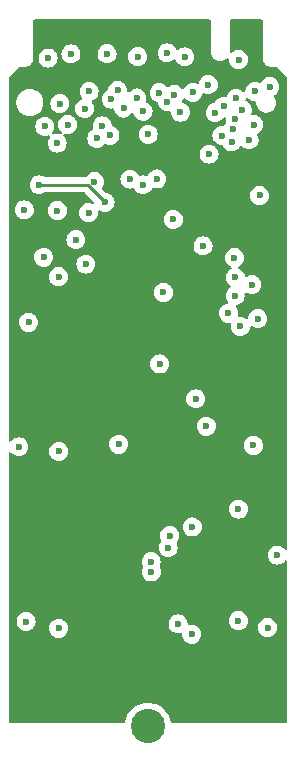
<source format=gbr>
%TF.GenerationSoftware,KiCad,Pcbnew,7.0.5*%
%TF.CreationDate,2023-08-30T17:00:08-05:00*%
%TF.ProjectId,Chimera_Card_Template_2,4368696d-6572-4615-9f43-6172645f5465,rev?*%
%TF.SameCoordinates,Original*%
%TF.FileFunction,Copper,L2,Inr*%
%TF.FilePolarity,Positive*%
%FSLAX46Y46*%
G04 Gerber Fmt 4.6, Leading zero omitted, Abs format (unit mm)*
G04 Created by KiCad (PCBNEW 7.0.5) date 2023-08-30 17:00:08*
%MOMM*%
%LPD*%
G01*
G04 APERTURE LIST*
%TA.AperFunction,ComponentPad*%
%ADD10C,2.900000*%
%TD*%
%TA.AperFunction,ViaPad*%
%ADD11C,0.600000*%
%TD*%
%TA.AperFunction,Conductor*%
%ADD12C,0.254000*%
%TD*%
G04 APERTURE END LIST*
D10*
%TO.N,N/C*%
%TO.C,H1*%
X112500000Y-149900000D03*
%TD*%
D11*
%TO.N,Net-(CN1-20-Pad61)*%
X103300000Y-104100000D03*
%TO.N,GND*%
X105000000Y-135100000D03*
X122916402Y-113384891D03*
X122200000Y-95000000D03*
%TO.N,20*%
X117675800Y-101500000D03*
X119883400Y-113488100D03*
X120160000Y-131566700D03*
%TO.N,8*%
X120174600Y-93492800D03*
X118926600Y-97451700D03*
X114208300Y-134814900D03*
%TO.N,6*%
X112767600Y-136011200D03*
X120501100Y-97771600D03*
%TO.N,4*%
X116255600Y-133069900D03*
X121456600Y-99000000D03*
%TO.N,Net-(CN1-20-Pad31)*%
X114156000Y-97054400D03*
X114125000Y-92928000D03*
X110030000Y-126074900D03*
%TO.N,Net-(CN1-20-Pad29)*%
X114748000Y-96463100D03*
X106401800Y-108751500D03*
X114650500Y-107033500D03*
%TO.N,Net-(CN1-1-Pad9)*%
X119900000Y-98500000D03*
X119583300Y-100449600D03*
X119908200Y-111945000D03*
X116203000Y-142160100D03*
%TO.N,Net-(CN1-20-Pad63)*%
X105985000Y-93010900D03*
%TO.N,Net-(CN1-1-Pad7)*%
X119700000Y-99400000D03*
X114342400Y-133794500D03*
X119968900Y-96764600D03*
%TO.N,Net-(CN1-1-Pad67)*%
X105045000Y-97221400D03*
%TO.N,Net-(CN1-20-Pad61)*%
X117167800Y-109269200D03*
X108867500Y-105582400D03*
%TO.N,Net-(CN1-20-Pad59)*%
X107144000Y-97644100D03*
X120325300Y-116088100D03*
X107976100Y-103842600D03*
%TO.N,Net-(CN1-20-Pad57)*%
X107524000Y-96199400D03*
X121300000Y-112550600D03*
%TO.N,Net-(CN1-20-Pad55)*%
X108174000Y-100173000D03*
X102043000Y-106224400D03*
%TO.N,Net-(CN1-20-Pad53)*%
X108640000Y-99103600D03*
X104838400Y-106281200D03*
%TO.N,Net-(CN1-20-Pad51)*%
X109286000Y-99917100D03*
X109038000Y-92998700D03*
X107470000Y-106460000D03*
%TO.N,Net-(CN1-20-Pad49)*%
X109404000Y-96835300D03*
%TO.N,Net-(CN1-20-Pad47)*%
X109934000Y-96115600D03*
%TO.N,Net-(CN1-20-Pad45)*%
X110435000Y-97598900D03*
X107245600Y-110822400D03*
%TO.N,Net-(CN1-20-Pad43)*%
X104930000Y-111878400D03*
X110981000Y-103625400D03*
%TO.N,+3V3*%
X122800000Y-95800000D03*
X123445000Y-135449100D03*
X102182500Y-141079100D03*
%TO.N,Net-(CN1-20-Pad41)*%
X111635000Y-93248200D03*
X111556000Y-96746600D03*
X102390000Y-115741500D03*
X112100000Y-104100000D03*
%TO.N,Net-(CN1-1-Pad73)*%
X103768000Y-99155600D03*
X121430000Y-126163500D03*
X103682200Y-110242600D03*
%TO.N,Net-(CN1-1-Pad71)*%
X104045000Y-93369500D03*
%TO.N,Net-(CN1-1-Pad69)*%
X104817000Y-100573000D03*
%TO.N,Net-(CN1-20-Pad39)*%
X112085000Y-97876300D03*
X121795700Y-115439600D03*
X113814500Y-113209900D03*
%TO.N,Net-(CN1-1-Pad5)*%
X121075600Y-100300000D03*
X112784700Y-136877000D03*
%TO.N,Net-(CN1-20-Pad37)*%
X112519000Y-99831700D03*
X119828900Y-110272900D03*
%TO.N,Net-(CN1-20-Pad35)*%
X113250000Y-103607000D03*
X113487500Y-119268200D03*
X117438600Y-124549500D03*
%TO.N,Net-(CN1-20-Pad33)*%
X113453000Y-96299800D03*
%TO.N,Net-(CN1-1-Pad66)*%
X105700000Y-99000000D03*
%TO.N,Net-(CN1-20-Pad27)*%
X115250000Y-97947800D03*
X104950000Y-126675100D03*
%TO.N,Net-(CN1-20-Pad25)*%
X115631000Y-93269900D03*
X116541500Y-122227900D03*
X101555000Y-126289700D03*
%TO.N,Net-(CN1-20-Pad23)*%
X116306000Y-96281400D03*
X115050500Y-141272200D03*
X122630600Y-141590700D03*
%TO.N,Net-(CN1-20-Pad21)*%
X117612000Y-95617700D03*
X119316400Y-114982900D03*
X120160000Y-141011700D03*
%TO.N,Net-(CN1-1-Pad11)*%
X118200000Y-98000000D03*
X118768650Y-99931350D03*
%TO.N,+5V*%
X121951700Y-105005100D03*
X121553300Y-96200000D03*
X104940000Y-141655600D03*
%TO.N,GND*%
X102923000Y-94656200D03*
%TD*%
D12*
%TO.N,Net-(CN1-20-Pad61)*%
X107385100Y-104100000D02*
X108867500Y-105582400D01*
X103300000Y-104100000D02*
X107385100Y-104100000D01*
%TD*%
%TA.AperFunction,Conductor*%
%TO.N,GND*%
G36*
X117767539Y-90120185D02*
G01*
X117813294Y-90172989D01*
X117824500Y-90224500D01*
X117824500Y-92884135D01*
X117851444Y-93010900D01*
X117859486Y-93048731D01*
X117927928Y-93202455D01*
X118026836Y-93338589D01*
X118026837Y-93338590D01*
X118026838Y-93338591D01*
X118026840Y-93338594D01*
X118102907Y-93407084D01*
X118151886Y-93451185D01*
X118297614Y-93535321D01*
X118297616Y-93535321D01*
X118297619Y-93535323D01*
X118338941Y-93548749D01*
X118457650Y-93587320D01*
X118625000Y-93604909D01*
X118792350Y-93587320D01*
X118952386Y-93535321D01*
X119098114Y-93451185D01*
X119162072Y-93393596D01*
X119225064Y-93363366D01*
X119294400Y-93371991D01*
X119348065Y-93416733D01*
X119369023Y-93483385D01*
X119368911Y-93485836D01*
X119369035Y-93485836D01*
X119369035Y-93492803D01*
X119389230Y-93672049D01*
X119389231Y-93672054D01*
X119448811Y-93842323D01*
X119451464Y-93846545D01*
X119544784Y-93995062D01*
X119672338Y-94122616D01*
X119825078Y-94218589D01*
X119995345Y-94278168D01*
X119995350Y-94278169D01*
X120174596Y-94298365D01*
X120174600Y-94298365D01*
X120174604Y-94298365D01*
X120353849Y-94278169D01*
X120353852Y-94278168D01*
X120353855Y-94278168D01*
X120524122Y-94218589D01*
X120676862Y-94122616D01*
X120804416Y-93995062D01*
X120900389Y-93842322D01*
X120959968Y-93672055D01*
X120962026Y-93653789D01*
X120980165Y-93492803D01*
X120980165Y-93492796D01*
X120959969Y-93313550D01*
X120959968Y-93313545D01*
X120944696Y-93269900D01*
X120900389Y-93143278D01*
X120877750Y-93107249D01*
X120809546Y-92998703D01*
X120804416Y-92990538D01*
X120676862Y-92862984D01*
X120524123Y-92767011D01*
X120353854Y-92707431D01*
X120353849Y-92707430D01*
X120174604Y-92687235D01*
X120174596Y-92687235D01*
X119995350Y-92707430D01*
X119995345Y-92707431D01*
X119825076Y-92767011D01*
X119672337Y-92862984D01*
X119637181Y-92898141D01*
X119575858Y-92931626D01*
X119506166Y-92926642D01*
X119450233Y-92884770D01*
X119425816Y-92819306D01*
X119425500Y-92810460D01*
X119425500Y-92735456D01*
X119425499Y-92735450D01*
X119425500Y-90224500D01*
X119445185Y-90157460D01*
X119497989Y-90111706D01*
X119549500Y-90100500D01*
X122100500Y-90100500D01*
X122167539Y-90120185D01*
X122213294Y-90172989D01*
X122224500Y-90224500D01*
X122224500Y-93360118D01*
X122224500Y-93400000D01*
X122224500Y-93468993D01*
X122224500Y-93468995D01*
X122224499Y-93468995D01*
X122251418Y-93604322D01*
X122251421Y-93604332D01*
X122304221Y-93731804D01*
X122304228Y-93731817D01*
X122380885Y-93846541D01*
X122380888Y-93846545D01*
X122478454Y-93944111D01*
X122478458Y-93944114D01*
X122593182Y-94020771D01*
X122593195Y-94020778D01*
X122676465Y-94055269D01*
X122720672Y-94073580D01*
X122720676Y-94073580D01*
X122720677Y-94073581D01*
X122856004Y-94100500D01*
X122856007Y-94100500D01*
X122902410Y-94100500D01*
X123365589Y-94100500D01*
X123432628Y-94120185D01*
X123453270Y-94136819D01*
X124263181Y-94946730D01*
X124296666Y-95008053D01*
X124299500Y-95034411D01*
X124299500Y-134874211D01*
X124279815Y-134941250D01*
X124227011Y-134987005D01*
X124157853Y-134996949D01*
X124094297Y-134967924D01*
X124078556Y-134951527D01*
X124074817Y-134946839D01*
X123947262Y-134819284D01*
X123794523Y-134723311D01*
X123624254Y-134663731D01*
X123624249Y-134663730D01*
X123445004Y-134643535D01*
X123444996Y-134643535D01*
X123265750Y-134663730D01*
X123265745Y-134663731D01*
X123095476Y-134723311D01*
X122942737Y-134819284D01*
X122815184Y-134946837D01*
X122719211Y-135099576D01*
X122659631Y-135269845D01*
X122659630Y-135269850D01*
X122639435Y-135449096D01*
X122639435Y-135449103D01*
X122659630Y-135628349D01*
X122659631Y-135628354D01*
X122719211Y-135798623D01*
X122787017Y-135906535D01*
X122815184Y-135951362D01*
X122942738Y-136078916D01*
X123095478Y-136174889D01*
X123265745Y-136234467D01*
X123265745Y-136234468D01*
X123265750Y-136234469D01*
X123444996Y-136254665D01*
X123445000Y-136254665D01*
X123445004Y-136254665D01*
X123624249Y-136234469D01*
X123624252Y-136234468D01*
X123624255Y-136234468D01*
X123794522Y-136174889D01*
X123947262Y-136078916D01*
X124074816Y-135951362D01*
X124074822Y-135951351D01*
X124078552Y-135946676D01*
X124135740Y-135906535D01*
X124205551Y-135903685D01*
X124265822Y-135939029D01*
X124297416Y-136001348D01*
X124299500Y-136023988D01*
X124299500Y-149575500D01*
X124279815Y-149642539D01*
X124227011Y-149688294D01*
X124175500Y-149699500D01*
X114552427Y-149699500D01*
X114485388Y-149679815D01*
X114439633Y-149627011D01*
X114431261Y-149601858D01*
X114376272Y-149349083D01*
X114376271Y-149349077D01*
X114278769Y-149087663D01*
X114145056Y-148842787D01*
X114145054Y-148842784D01*
X113977861Y-148619439D01*
X113977845Y-148619421D01*
X113780578Y-148422154D01*
X113780560Y-148422138D01*
X113557215Y-148254945D01*
X113557207Y-148254940D01*
X113312342Y-148121233D01*
X113312338Y-148121231D01*
X113213230Y-148084266D01*
X113050923Y-148023729D01*
X113050919Y-148023728D01*
X113050916Y-148023727D01*
X112778299Y-147964422D01*
X112500001Y-147944518D01*
X112499999Y-147944518D01*
X112221700Y-147964422D01*
X111949083Y-148023727D01*
X111949078Y-148023728D01*
X111949077Y-148023729D01*
X111885875Y-148047301D01*
X111687661Y-148121231D01*
X111687657Y-148121233D01*
X111442792Y-148254940D01*
X111442784Y-148254945D01*
X111219439Y-148422138D01*
X111219421Y-148422154D01*
X111022154Y-148619421D01*
X111022138Y-148619439D01*
X110854945Y-148842784D01*
X110854940Y-148842792D01*
X110721233Y-149087657D01*
X110721231Y-149087661D01*
X110623727Y-149349083D01*
X110568739Y-149601858D01*
X110535254Y-149663181D01*
X110473931Y-149696666D01*
X110447573Y-149699500D01*
X100824500Y-149699500D01*
X100757461Y-149679815D01*
X100711706Y-149627011D01*
X100700500Y-149575500D01*
X100700500Y-141079103D01*
X101376935Y-141079103D01*
X101397130Y-141258349D01*
X101397131Y-141258354D01*
X101456711Y-141428623D01*
X101552683Y-141581362D01*
X101552684Y-141581362D01*
X101680238Y-141708916D01*
X101725710Y-141737488D01*
X101820532Y-141797069D01*
X101832978Y-141804889D01*
X101868347Y-141817265D01*
X102003245Y-141864468D01*
X102003250Y-141864469D01*
X102182496Y-141884665D01*
X102182500Y-141884665D01*
X102182504Y-141884665D01*
X102361749Y-141864469D01*
X102361752Y-141864468D01*
X102361755Y-141864468D01*
X102532022Y-141804889D01*
X102684762Y-141708916D01*
X102738075Y-141655603D01*
X104134435Y-141655603D01*
X104154630Y-141834849D01*
X104154631Y-141834854D01*
X104214211Y-142005123D01*
X104304941Y-142149518D01*
X104310184Y-142157862D01*
X104437738Y-142285416D01*
X104523572Y-142339349D01*
X104582009Y-142376068D01*
X104590478Y-142381389D01*
X104760744Y-142440967D01*
X104760745Y-142440968D01*
X104760750Y-142440969D01*
X104939996Y-142461165D01*
X104940000Y-142461165D01*
X104940004Y-142461165D01*
X105119249Y-142440969D01*
X105119252Y-142440968D01*
X105119255Y-142440968D01*
X105289522Y-142381389D01*
X105442262Y-142285416D01*
X105569816Y-142157862D01*
X105665789Y-142005122D01*
X105725368Y-141834855D01*
X105727350Y-141817265D01*
X105745565Y-141655603D01*
X105745565Y-141655596D01*
X105725369Y-141476350D01*
X105725368Y-141476345D01*
X105716658Y-141451454D01*
X105665789Y-141306078D01*
X105644504Y-141272203D01*
X114244935Y-141272203D01*
X114265130Y-141451449D01*
X114265131Y-141451454D01*
X114324711Y-141621723D01*
X114397452Y-141737488D01*
X114420684Y-141774462D01*
X114548238Y-141902016D01*
X114609044Y-141940223D01*
X114673693Y-141980845D01*
X114700978Y-141997989D01*
X114857622Y-142052801D01*
X114871245Y-142057568D01*
X114871250Y-142057569D01*
X115050496Y-142077765D01*
X115050500Y-142077765D01*
X115050504Y-142077765D01*
X115229749Y-142057569D01*
X115229751Y-142057568D01*
X115229755Y-142057568D01*
X115229758Y-142057567D01*
X115233188Y-142056367D01*
X115235545Y-142056246D01*
X115236547Y-142056018D01*
X115236587Y-142056193D01*
X115302966Y-142052801D01*
X115363596Y-142087526D01*
X115395826Y-142149518D01*
X115397369Y-142159522D01*
X115417630Y-142339350D01*
X115417631Y-142339354D01*
X115477211Y-142509623D01*
X115573184Y-142662361D01*
X115573184Y-142662362D01*
X115700738Y-142789916D01*
X115853478Y-142885889D01*
X116023744Y-142945468D01*
X116023745Y-142945468D01*
X116023750Y-142945469D01*
X116202996Y-142965665D01*
X116203000Y-142965665D01*
X116203004Y-142965665D01*
X116382249Y-142945469D01*
X116382252Y-142945468D01*
X116382255Y-142945468D01*
X116552522Y-142885889D01*
X116705262Y-142789916D01*
X116832816Y-142662362D01*
X116928789Y-142509622D01*
X116988368Y-142339355D01*
X116988369Y-142339349D01*
X117008565Y-142160103D01*
X117008565Y-142160096D01*
X116988369Y-141980850D01*
X116988368Y-141980845D01*
X116974153Y-141940222D01*
X116928789Y-141810578D01*
X116925214Y-141804889D01*
X116832815Y-141657837D01*
X116705262Y-141530284D01*
X116552523Y-141434311D01*
X116382254Y-141374731D01*
X116382249Y-141374730D01*
X116203004Y-141354535D01*
X116202996Y-141354535D01*
X116023750Y-141374730D01*
X116023735Y-141374734D01*
X116020297Y-141375937D01*
X116017937Y-141376057D01*
X116016953Y-141376282D01*
X116016913Y-141376109D01*
X115950518Y-141379495D01*
X115889893Y-141344762D01*
X115857670Y-141282766D01*
X115856130Y-141272776D01*
X115835869Y-141092950D01*
X115835868Y-141092945D01*
X115807440Y-141011703D01*
X119354435Y-141011703D01*
X119374630Y-141190949D01*
X119374631Y-141190954D01*
X119434211Y-141361223D01*
X119506551Y-141476350D01*
X119530184Y-141513962D01*
X119657738Y-141641516D01*
X119810478Y-141737489D01*
X119916141Y-141774462D01*
X119980745Y-141797068D01*
X119980750Y-141797069D01*
X120159996Y-141817265D01*
X120160000Y-141817265D01*
X120160004Y-141817265D01*
X120339249Y-141797069D01*
X120339252Y-141797068D01*
X120339255Y-141797068D01*
X120509522Y-141737489D01*
X120662262Y-141641516D01*
X120713075Y-141590703D01*
X121825035Y-141590703D01*
X121845230Y-141769949D01*
X121845231Y-141769954D01*
X121904811Y-141940223D01*
X121977680Y-142056193D01*
X122000784Y-142092962D01*
X122128338Y-142220516D01*
X122281078Y-142316489D01*
X122451345Y-142376067D01*
X122451345Y-142376068D01*
X122451350Y-142376069D01*
X122630596Y-142396265D01*
X122630600Y-142396265D01*
X122630604Y-142396265D01*
X122809849Y-142376069D01*
X122809852Y-142376068D01*
X122809855Y-142376068D01*
X122980122Y-142316489D01*
X123132862Y-142220516D01*
X123260416Y-142092962D01*
X123356389Y-141940222D01*
X123415968Y-141769955D01*
X123419626Y-141737488D01*
X123436165Y-141590703D01*
X123436165Y-141590696D01*
X123415969Y-141411450D01*
X123415968Y-141411445D01*
X123403121Y-141374730D01*
X123356389Y-141241178D01*
X123260416Y-141088438D01*
X123132862Y-140960884D01*
X123072058Y-140922678D01*
X122980123Y-140864911D01*
X122809854Y-140805331D01*
X122809849Y-140805330D01*
X122630604Y-140785135D01*
X122630596Y-140785135D01*
X122451350Y-140805330D01*
X122451345Y-140805331D01*
X122281076Y-140864911D01*
X122128337Y-140960884D01*
X122000784Y-141088437D01*
X121904811Y-141241176D01*
X121845231Y-141411445D01*
X121845230Y-141411450D01*
X121825035Y-141590696D01*
X121825035Y-141590703D01*
X120713075Y-141590703D01*
X120789816Y-141513962D01*
X120885789Y-141361222D01*
X120945368Y-141190955D01*
X120945369Y-141190949D01*
X120965565Y-141011703D01*
X120965565Y-141011696D01*
X120945369Y-140832450D01*
X120945368Y-140832445D01*
X120935880Y-140805330D01*
X120885789Y-140662178D01*
X120789816Y-140509438D01*
X120662262Y-140381884D01*
X120662261Y-140381883D01*
X120509523Y-140285911D01*
X120339254Y-140226331D01*
X120339249Y-140226330D01*
X120160004Y-140206135D01*
X120159996Y-140206135D01*
X119980750Y-140226330D01*
X119980745Y-140226331D01*
X119810476Y-140285911D01*
X119657737Y-140381884D01*
X119530184Y-140509437D01*
X119434211Y-140662176D01*
X119374631Y-140832445D01*
X119374630Y-140832450D01*
X119354435Y-141011696D01*
X119354435Y-141011703D01*
X115807440Y-141011703D01*
X115776288Y-140922676D01*
X115719592Y-140832445D01*
X115680316Y-140769938D01*
X115552762Y-140642384D01*
X115552762Y-140642383D01*
X115400023Y-140546411D01*
X115229754Y-140486831D01*
X115229749Y-140486830D01*
X115050504Y-140466635D01*
X115050496Y-140466635D01*
X114871250Y-140486830D01*
X114871245Y-140486831D01*
X114700976Y-140546411D01*
X114548237Y-140642384D01*
X114420684Y-140769937D01*
X114324711Y-140922676D01*
X114265131Y-141092945D01*
X114265130Y-141092950D01*
X114244935Y-141272196D01*
X114244935Y-141272203D01*
X105644504Y-141272203D01*
X105569816Y-141153338D01*
X105442262Y-141025784D01*
X105419852Y-141011703D01*
X105289523Y-140929811D01*
X105119254Y-140870231D01*
X105119249Y-140870230D01*
X104940004Y-140850035D01*
X104939996Y-140850035D01*
X104760750Y-140870230D01*
X104760745Y-140870231D01*
X104590476Y-140929811D01*
X104437737Y-141025784D01*
X104310184Y-141153337D01*
X104214211Y-141306076D01*
X104154631Y-141476345D01*
X104154630Y-141476350D01*
X104134435Y-141655596D01*
X104134435Y-141655603D01*
X102738075Y-141655603D01*
X102812316Y-141581362D01*
X102908289Y-141428622D01*
X102967868Y-141258355D01*
X102967869Y-141258349D01*
X102988065Y-141079103D01*
X102988065Y-141079096D01*
X102967869Y-140899850D01*
X102967868Y-140899845D01*
X102927729Y-140785135D01*
X102908289Y-140729578D01*
X102812316Y-140576838D01*
X102684762Y-140449284D01*
X102577496Y-140381884D01*
X102532023Y-140353311D01*
X102361754Y-140293731D01*
X102361749Y-140293730D01*
X102182504Y-140273535D01*
X102182496Y-140273535D01*
X102003250Y-140293730D01*
X102003245Y-140293731D01*
X101832976Y-140353311D01*
X101680237Y-140449284D01*
X101552684Y-140576837D01*
X101456711Y-140729576D01*
X101397131Y-140899845D01*
X101397130Y-140899850D01*
X101376935Y-141079096D01*
X101376935Y-141079103D01*
X100700500Y-141079103D01*
X100700500Y-136011203D01*
X111962035Y-136011203D01*
X111982230Y-136190449D01*
X111982233Y-136190462D01*
X112041809Y-136360718D01*
X112041810Y-136360720D01*
X112041811Y-136360722D01*
X112061298Y-136391735D01*
X112080298Y-136458972D01*
X112061300Y-136523676D01*
X112058909Y-136527481D01*
X111999333Y-136697737D01*
X111999330Y-136697750D01*
X111979135Y-136876996D01*
X111979135Y-136877003D01*
X111999330Y-137056249D01*
X111999331Y-137056254D01*
X112058911Y-137226523D01*
X112154883Y-137379262D01*
X112154884Y-137379262D01*
X112282438Y-137506816D01*
X112435178Y-137602789D01*
X112605444Y-137662368D01*
X112605445Y-137662368D01*
X112605450Y-137662369D01*
X112784696Y-137682565D01*
X112784700Y-137682565D01*
X112784704Y-137682565D01*
X112963949Y-137662369D01*
X112963952Y-137662368D01*
X112963955Y-137662368D01*
X113134222Y-137602789D01*
X113286962Y-137506816D01*
X113414516Y-137379262D01*
X113510489Y-137226522D01*
X113570068Y-137056255D01*
X113590265Y-136877000D01*
X113570068Y-136697745D01*
X113570067Y-136697743D01*
X113570066Y-136697737D01*
X113510490Y-136527480D01*
X113491002Y-136496465D01*
X113472001Y-136429228D01*
X113491003Y-136364518D01*
X113493389Y-136360722D01*
X113552968Y-136190455D01*
X113554722Y-136174888D01*
X113573165Y-136011203D01*
X113573165Y-136011196D01*
X113552969Y-135831950D01*
X113552968Y-135831945D01*
X113493388Y-135661676D01*
X113397415Y-135508937D01*
X113269862Y-135381384D01*
X113117123Y-135285411D01*
X112946854Y-135225831D01*
X112946849Y-135225830D01*
X112767604Y-135205635D01*
X112767596Y-135205635D01*
X112588350Y-135225830D01*
X112588345Y-135225831D01*
X112418076Y-135285411D01*
X112265337Y-135381384D01*
X112137784Y-135508937D01*
X112041811Y-135661676D01*
X111982231Y-135831945D01*
X111982230Y-135831950D01*
X111962035Y-136011196D01*
X111962035Y-136011203D01*
X100700500Y-136011203D01*
X100700500Y-134814903D01*
X113402735Y-134814903D01*
X113422930Y-134994149D01*
X113422931Y-134994154D01*
X113482511Y-135164423D01*
X113578483Y-135317161D01*
X113578484Y-135317162D01*
X113706038Y-135444716D01*
X113858778Y-135540689D01*
X114029045Y-135600267D01*
X114029045Y-135600268D01*
X114029050Y-135600269D01*
X114208296Y-135620465D01*
X114208300Y-135620465D01*
X114208304Y-135620465D01*
X114387549Y-135600269D01*
X114387552Y-135600268D01*
X114387555Y-135600268D01*
X114557822Y-135540689D01*
X114710562Y-135444716D01*
X114838116Y-135317162D01*
X114934089Y-135164422D01*
X114993668Y-134994155D01*
X114994474Y-134987005D01*
X115013865Y-134814903D01*
X115013865Y-134814896D01*
X114993669Y-134635650D01*
X114993666Y-134635637D01*
X114934089Y-134465378D01*
X114931069Y-134459106D01*
X114933261Y-134458049D01*
X114917346Y-134401746D01*
X114937707Y-134334909D01*
X114953654Y-134315323D01*
X114972216Y-134296762D01*
X115068189Y-134144022D01*
X115127768Y-133973755D01*
X115147965Y-133794500D01*
X115137285Y-133699715D01*
X115127769Y-133615250D01*
X115127768Y-133615245D01*
X115068188Y-133444976D01*
X114972215Y-133292237D01*
X114844662Y-133164684D01*
X114693820Y-133069903D01*
X115450035Y-133069903D01*
X115470230Y-133249149D01*
X115470231Y-133249154D01*
X115529811Y-133419423D01*
X115625784Y-133572162D01*
X115753338Y-133699716D01*
X115843680Y-133756481D01*
X115904185Y-133794500D01*
X115906078Y-133795689D01*
X116076344Y-133855267D01*
X116076345Y-133855268D01*
X116076350Y-133855269D01*
X116255596Y-133875465D01*
X116255600Y-133875465D01*
X116255604Y-133875465D01*
X116434849Y-133855269D01*
X116434852Y-133855268D01*
X116434855Y-133855268D01*
X116605122Y-133795689D01*
X116757862Y-133699716D01*
X116885416Y-133572162D01*
X116981389Y-133419422D01*
X117040968Y-133249155D01*
X117061165Y-133069900D01*
X117054318Y-133009132D01*
X117040969Y-132890650D01*
X117040968Y-132890645D01*
X116981388Y-132720376D01*
X116885415Y-132567637D01*
X116757862Y-132440084D01*
X116605123Y-132344111D01*
X116434854Y-132284531D01*
X116434849Y-132284530D01*
X116255604Y-132264335D01*
X116255596Y-132264335D01*
X116076350Y-132284530D01*
X116076345Y-132284531D01*
X115906076Y-132344111D01*
X115753337Y-132440084D01*
X115625784Y-132567637D01*
X115529811Y-132720376D01*
X115470231Y-132890645D01*
X115470230Y-132890650D01*
X115450035Y-133069896D01*
X115450035Y-133069903D01*
X114693820Y-133069903D01*
X114691923Y-133068711D01*
X114521654Y-133009131D01*
X114521649Y-133009130D01*
X114342404Y-132988935D01*
X114342396Y-132988935D01*
X114163150Y-133009130D01*
X114163145Y-133009131D01*
X113992876Y-133068711D01*
X113840137Y-133164684D01*
X113712584Y-133292237D01*
X113616611Y-133444976D01*
X113557031Y-133615245D01*
X113557030Y-133615250D01*
X113536835Y-133794496D01*
X113536835Y-133794503D01*
X113557030Y-133973749D01*
X113557033Y-133973762D01*
X113616610Y-134144021D01*
X113619631Y-134150294D01*
X113617441Y-134151348D01*
X113633351Y-134207681D01*
X113612975Y-134274513D01*
X113597043Y-134294077D01*
X113578485Y-134312636D01*
X113482511Y-134465376D01*
X113422931Y-134635645D01*
X113422930Y-134635650D01*
X113402735Y-134814896D01*
X113402735Y-134814903D01*
X100700500Y-134814903D01*
X100700500Y-131566703D01*
X119354435Y-131566703D01*
X119374630Y-131745949D01*
X119374631Y-131745954D01*
X119434211Y-131916223D01*
X119530183Y-132068961D01*
X119530184Y-132068962D01*
X119657738Y-132196516D01*
X119748080Y-132253282D01*
X119797814Y-132284532D01*
X119810478Y-132292489D01*
X119958005Y-132344111D01*
X119980745Y-132352068D01*
X119980750Y-132352069D01*
X120159996Y-132372265D01*
X120160000Y-132372265D01*
X120160004Y-132372265D01*
X120339249Y-132352069D01*
X120339252Y-132352068D01*
X120339255Y-132352068D01*
X120509522Y-132292489D01*
X120662262Y-132196516D01*
X120789816Y-132068962D01*
X120885789Y-131916222D01*
X120945368Y-131745955D01*
X120965565Y-131566700D01*
X120945368Y-131387445D01*
X120885789Y-131217178D01*
X120789816Y-131064438D01*
X120662262Y-130936884D01*
X120662261Y-130936883D01*
X120509523Y-130840911D01*
X120339254Y-130781331D01*
X120339249Y-130781330D01*
X120160004Y-130761135D01*
X120159996Y-130761135D01*
X119980750Y-130781330D01*
X119980745Y-130781331D01*
X119810476Y-130840911D01*
X119657737Y-130936884D01*
X119530184Y-131064437D01*
X119434211Y-131217176D01*
X119374631Y-131387445D01*
X119374630Y-131387450D01*
X119354435Y-131566696D01*
X119354435Y-131566703D01*
X100700500Y-131566703D01*
X100700500Y-126864588D01*
X100720185Y-126797549D01*
X100772989Y-126751794D01*
X100842147Y-126741850D01*
X100905703Y-126770875D01*
X100921448Y-126787276D01*
X100925180Y-126791957D01*
X100925184Y-126791962D01*
X101052738Y-126919516D01*
X101205478Y-127015489D01*
X101375745Y-127075068D01*
X101375750Y-127075069D01*
X101554996Y-127095265D01*
X101555000Y-127095265D01*
X101555004Y-127095265D01*
X101734249Y-127075069D01*
X101734252Y-127075068D01*
X101734255Y-127075068D01*
X101904522Y-127015489D01*
X102057262Y-126919516D01*
X102184816Y-126791962D01*
X102258243Y-126675103D01*
X104144435Y-126675103D01*
X104164630Y-126854349D01*
X104164631Y-126854354D01*
X104224211Y-127024623D01*
X104255908Y-127075068D01*
X104320184Y-127177362D01*
X104447738Y-127304916D01*
X104600478Y-127400889D01*
X104770744Y-127460468D01*
X104770745Y-127460468D01*
X104770750Y-127460469D01*
X104949996Y-127480665D01*
X104950000Y-127480665D01*
X104950004Y-127480665D01*
X105129249Y-127460469D01*
X105129252Y-127460468D01*
X105129255Y-127460468D01*
X105299522Y-127400889D01*
X105452262Y-127304916D01*
X105579816Y-127177362D01*
X105675789Y-127024622D01*
X105735368Y-126854355D01*
X105741415Y-126800688D01*
X105755565Y-126675103D01*
X105755565Y-126675096D01*
X105735369Y-126495850D01*
X105735368Y-126495845D01*
X105675788Y-126325576D01*
X105579815Y-126172837D01*
X105481881Y-126074903D01*
X109224435Y-126074903D01*
X109244630Y-126254149D01*
X109244631Y-126254154D01*
X109304211Y-126424423D01*
X109400184Y-126577162D01*
X109527738Y-126704716D01*
X109602662Y-126751794D01*
X109675480Y-126797549D01*
X109680478Y-126800689D01*
X109833844Y-126854354D01*
X109850745Y-126860268D01*
X109850750Y-126860269D01*
X110029996Y-126880465D01*
X110030000Y-126880465D01*
X110030004Y-126880465D01*
X110209249Y-126860269D01*
X110209252Y-126860268D01*
X110209255Y-126860268D01*
X110379522Y-126800689D01*
X110532262Y-126704716D01*
X110659816Y-126577162D01*
X110755789Y-126424422D01*
X110815368Y-126254155D01*
X110824530Y-126172838D01*
X110825582Y-126163503D01*
X120624435Y-126163503D01*
X120644630Y-126342749D01*
X120644631Y-126342754D01*
X120704211Y-126513023D01*
X120744513Y-126577162D01*
X120800184Y-126665762D01*
X120927738Y-126793316D01*
X121018080Y-126850082D01*
X121066434Y-126880465D01*
X121080478Y-126889289D01*
X121166859Y-126919515D01*
X121250745Y-126948868D01*
X121250750Y-126948869D01*
X121429996Y-126969065D01*
X121430000Y-126969065D01*
X121430004Y-126969065D01*
X121609249Y-126948869D01*
X121609252Y-126948868D01*
X121609255Y-126948868D01*
X121779522Y-126889289D01*
X121932262Y-126793316D01*
X122059816Y-126665762D01*
X122155789Y-126513022D01*
X122215368Y-126342755D01*
X122215369Y-126342749D01*
X122235565Y-126163503D01*
X122235565Y-126163496D01*
X122215369Y-125984250D01*
X122215368Y-125984245D01*
X122184367Y-125895650D01*
X122155789Y-125813978D01*
X122146858Y-125799765D01*
X122059815Y-125661237D01*
X121932262Y-125533684D01*
X121779523Y-125437711D01*
X121609254Y-125378131D01*
X121609249Y-125378130D01*
X121430004Y-125357935D01*
X121429996Y-125357935D01*
X121250750Y-125378130D01*
X121250745Y-125378131D01*
X121080476Y-125437711D01*
X120927737Y-125533684D01*
X120800184Y-125661237D01*
X120704211Y-125813976D01*
X120644631Y-125984245D01*
X120644630Y-125984250D01*
X120624435Y-126163496D01*
X120624435Y-126163503D01*
X110825582Y-126163503D01*
X110835565Y-126074903D01*
X110835565Y-126074896D01*
X110815369Y-125895650D01*
X110815368Y-125895645D01*
X110755788Y-125725376D01*
X110659815Y-125572637D01*
X110532262Y-125445084D01*
X110379523Y-125349111D01*
X110209254Y-125289531D01*
X110209249Y-125289530D01*
X110030004Y-125269335D01*
X110029996Y-125269335D01*
X109850750Y-125289530D01*
X109850745Y-125289531D01*
X109680476Y-125349111D01*
X109527737Y-125445084D01*
X109400184Y-125572637D01*
X109304211Y-125725376D01*
X109244631Y-125895645D01*
X109244630Y-125895650D01*
X109224435Y-126074896D01*
X109224435Y-126074903D01*
X105481881Y-126074903D01*
X105452262Y-126045284D01*
X105299523Y-125949311D01*
X105129254Y-125889731D01*
X105129249Y-125889730D01*
X104950004Y-125869535D01*
X104949996Y-125869535D01*
X104770750Y-125889730D01*
X104770745Y-125889731D01*
X104600476Y-125949311D01*
X104447737Y-126045284D01*
X104320184Y-126172837D01*
X104224211Y-126325576D01*
X104164631Y-126495845D01*
X104164630Y-126495850D01*
X104144435Y-126675096D01*
X104144435Y-126675103D01*
X102258243Y-126675103D01*
X102280789Y-126639222D01*
X102340368Y-126468955D01*
X102345386Y-126424422D01*
X102360565Y-126289703D01*
X102360565Y-126289696D01*
X102340369Y-126110450D01*
X102340368Y-126110445D01*
X102296210Y-125984250D01*
X102280789Y-125940178D01*
X102184816Y-125787438D01*
X102057262Y-125659884D01*
X102057261Y-125659883D01*
X101904523Y-125563911D01*
X101734254Y-125504331D01*
X101734249Y-125504330D01*
X101555004Y-125484135D01*
X101554996Y-125484135D01*
X101375750Y-125504330D01*
X101375745Y-125504331D01*
X101205476Y-125563911D01*
X101052737Y-125659884D01*
X100925182Y-125787439D01*
X100921444Y-125792127D01*
X100864254Y-125832266D01*
X100794443Y-125835113D01*
X100734174Y-125799765D01*
X100702583Y-125737445D01*
X100700500Y-125714811D01*
X100700500Y-124549503D01*
X116633035Y-124549503D01*
X116653230Y-124728749D01*
X116653231Y-124728754D01*
X116712811Y-124899023D01*
X116808783Y-125051762D01*
X116808784Y-125051762D01*
X116936338Y-125179316D01*
X117089078Y-125275289D01*
X117259345Y-125334867D01*
X117259345Y-125334868D01*
X117259350Y-125334869D01*
X117438596Y-125355065D01*
X117438600Y-125355065D01*
X117438604Y-125355065D01*
X117617849Y-125334869D01*
X117617852Y-125334868D01*
X117617855Y-125334868D01*
X117788122Y-125275289D01*
X117940862Y-125179316D01*
X118068416Y-125051762D01*
X118164389Y-124899022D01*
X118223968Y-124728755D01*
X118244165Y-124549500D01*
X118223968Y-124370245D01*
X118164389Y-124199978D01*
X118068416Y-124047238D01*
X117940862Y-123919684D01*
X117788123Y-123823711D01*
X117617854Y-123764131D01*
X117617849Y-123764130D01*
X117438604Y-123743935D01*
X117438596Y-123743935D01*
X117259350Y-123764130D01*
X117259345Y-123764131D01*
X117089076Y-123823711D01*
X116936337Y-123919684D01*
X116808784Y-124047237D01*
X116712811Y-124199976D01*
X116653231Y-124370245D01*
X116653230Y-124370250D01*
X116633035Y-124549496D01*
X116633035Y-124549503D01*
X100700500Y-124549503D01*
X100700500Y-122227903D01*
X115735935Y-122227903D01*
X115756130Y-122407149D01*
X115756131Y-122407154D01*
X115815711Y-122577423D01*
X115911684Y-122730162D01*
X116039238Y-122857716D01*
X116191978Y-122953689D01*
X116362244Y-123013268D01*
X116362245Y-123013268D01*
X116362250Y-123013269D01*
X116541496Y-123033465D01*
X116541500Y-123033465D01*
X116541504Y-123033465D01*
X116720749Y-123013269D01*
X116720752Y-123013268D01*
X116720755Y-123013268D01*
X116891022Y-122953689D01*
X117043762Y-122857716D01*
X117171316Y-122730162D01*
X117267289Y-122577422D01*
X117326868Y-122407155D01*
X117347065Y-122227900D01*
X117326868Y-122048645D01*
X117267289Y-121878378D01*
X117171316Y-121725638D01*
X117043762Y-121598084D01*
X117043762Y-121598083D01*
X116891023Y-121502111D01*
X116720754Y-121442531D01*
X116720749Y-121442530D01*
X116541504Y-121422335D01*
X116541496Y-121422335D01*
X116362250Y-121442530D01*
X116362245Y-121442531D01*
X116191976Y-121502111D01*
X116039237Y-121598084D01*
X115911684Y-121725637D01*
X115815711Y-121878376D01*
X115756131Y-122048645D01*
X115756130Y-122048650D01*
X115735935Y-122227896D01*
X115735935Y-122227903D01*
X100700500Y-122227903D01*
X100700500Y-119268203D01*
X112681935Y-119268203D01*
X112702130Y-119447449D01*
X112702131Y-119447454D01*
X112761711Y-119617723D01*
X112857684Y-119770461D01*
X112857684Y-119770462D01*
X112985238Y-119898016D01*
X113137978Y-119993989D01*
X113308245Y-120053567D01*
X113308245Y-120053568D01*
X113308250Y-120053569D01*
X113487496Y-120073765D01*
X113487500Y-120073765D01*
X113487504Y-120073765D01*
X113666749Y-120053569D01*
X113666752Y-120053568D01*
X113666755Y-120053568D01*
X113837022Y-119993989D01*
X113989762Y-119898016D01*
X114117316Y-119770462D01*
X114213289Y-119617722D01*
X114272868Y-119447455D01*
X114293065Y-119268200D01*
X114272868Y-119088945D01*
X114213289Y-118918678D01*
X114117316Y-118765938D01*
X113989762Y-118638384D01*
X113989761Y-118638384D01*
X113837023Y-118542411D01*
X113666754Y-118482831D01*
X113666749Y-118482830D01*
X113487504Y-118462635D01*
X113487496Y-118462635D01*
X113308250Y-118482830D01*
X113308245Y-118482831D01*
X113137976Y-118542411D01*
X112985237Y-118638384D01*
X112857684Y-118765937D01*
X112761711Y-118918676D01*
X112702131Y-119088945D01*
X112702130Y-119088950D01*
X112681935Y-119268196D01*
X112681935Y-119268203D01*
X100700500Y-119268203D01*
X100700500Y-115741503D01*
X101584435Y-115741503D01*
X101604630Y-115920749D01*
X101604631Y-115920754D01*
X101664211Y-116091023D01*
X101760183Y-116243761D01*
X101760184Y-116243762D01*
X101887738Y-116371316D01*
X102040478Y-116467289D01*
X102210744Y-116526868D01*
X102210745Y-116526868D01*
X102210750Y-116526869D01*
X102389996Y-116547065D01*
X102390000Y-116547065D01*
X102390004Y-116547065D01*
X102569249Y-116526869D01*
X102569252Y-116526868D01*
X102569255Y-116526868D01*
X102739522Y-116467289D01*
X102892262Y-116371316D01*
X103019816Y-116243762D01*
X103115789Y-116091022D01*
X103175368Y-115920755D01*
X103177050Y-115905831D01*
X103195565Y-115741503D01*
X103195565Y-115741496D01*
X103175369Y-115562250D01*
X103175368Y-115562245D01*
X103148395Y-115485162D01*
X103115789Y-115391978D01*
X103093397Y-115356342D01*
X103045508Y-115280127D01*
X103019816Y-115239238D01*
X102892262Y-115111684D01*
X102892262Y-115111683D01*
X102739523Y-115015711D01*
X102645764Y-114982903D01*
X118510835Y-114982903D01*
X118531030Y-115162149D01*
X118531031Y-115162154D01*
X118590611Y-115332423D01*
X118646115Y-115420756D01*
X118686584Y-115485162D01*
X118814138Y-115612716D01*
X118966878Y-115708689D01*
X119060655Y-115741503D01*
X119137145Y-115768268D01*
X119137150Y-115768269D01*
X119316396Y-115788465D01*
X119316400Y-115788465D01*
X119316403Y-115788465D01*
X119402030Y-115778817D01*
X119470852Y-115790871D01*
X119522232Y-115838220D01*
X119539856Y-115905831D01*
X119539134Y-115915920D01*
X119519735Y-116088096D01*
X119519735Y-116088103D01*
X119539930Y-116267349D01*
X119539931Y-116267354D01*
X119599511Y-116437623D01*
X119695484Y-116590362D01*
X119823038Y-116717916D01*
X119975778Y-116813889D01*
X120146045Y-116873468D01*
X120146050Y-116873469D01*
X120325296Y-116893665D01*
X120325300Y-116893665D01*
X120325304Y-116893665D01*
X120504549Y-116873469D01*
X120504552Y-116873468D01*
X120504555Y-116873468D01*
X120674822Y-116813889D01*
X120827562Y-116717916D01*
X120955116Y-116590362D01*
X121051089Y-116437622D01*
X121110668Y-116267355D01*
X121121484Y-116171358D01*
X121148550Y-116106944D01*
X121206144Y-116067389D01*
X121275981Y-116065250D01*
X121310674Y-116080246D01*
X121446178Y-116165389D01*
X121616445Y-116224968D01*
X121616450Y-116224969D01*
X121795696Y-116245165D01*
X121795700Y-116245165D01*
X121795704Y-116245165D01*
X121974949Y-116224969D01*
X121974952Y-116224968D01*
X121974955Y-116224968D01*
X122145222Y-116165389D01*
X122297962Y-116069416D01*
X122425516Y-115941862D01*
X122521489Y-115789122D01*
X122581068Y-115618855D01*
X122587446Y-115562250D01*
X122601265Y-115439603D01*
X122601265Y-115439596D01*
X122581069Y-115260350D01*
X122581068Y-115260345D01*
X122573682Y-115239237D01*
X122521489Y-115090078D01*
X122425516Y-114937338D01*
X122297962Y-114809784D01*
X122288192Y-114803645D01*
X122145223Y-114713811D01*
X121974954Y-114654231D01*
X121974949Y-114654230D01*
X121795704Y-114634035D01*
X121795696Y-114634035D01*
X121616450Y-114654230D01*
X121616445Y-114654231D01*
X121446176Y-114713811D01*
X121293437Y-114809784D01*
X121165884Y-114937337D01*
X121069911Y-115090076D01*
X121010331Y-115260345D01*
X121010330Y-115260349D01*
X120999515Y-115356342D01*
X120972448Y-115420756D01*
X120914853Y-115460311D01*
X120845016Y-115462448D01*
X120810323Y-115447452D01*
X120674823Y-115362311D01*
X120504554Y-115302731D01*
X120504549Y-115302730D01*
X120325304Y-115282535D01*
X120325295Y-115282535D01*
X120239667Y-115292182D01*
X120170846Y-115280127D01*
X120119467Y-115232777D01*
X120101843Y-115165167D01*
X120102565Y-115155078D01*
X120107455Y-115111684D01*
X120121965Y-114982900D01*
X120116831Y-114937338D01*
X120101769Y-114803650D01*
X120101768Y-114803645D01*
X120042188Y-114633376D01*
X119946215Y-114480637D01*
X119944112Y-114478000D01*
X119943284Y-114475972D01*
X119942511Y-114474742D01*
X119942726Y-114474606D01*
X119917703Y-114413314D01*
X119930458Y-114344619D01*
X119978327Y-114293724D01*
X120027175Y-114277466D01*
X120062650Y-114273469D01*
X120062653Y-114273468D01*
X120062655Y-114273468D01*
X120232922Y-114213889D01*
X120385662Y-114117916D01*
X120513216Y-113990362D01*
X120609189Y-113837622D01*
X120668768Y-113667355D01*
X120688965Y-113488100D01*
X120672198Y-113339288D01*
X120684252Y-113270467D01*
X120731601Y-113219087D01*
X120799212Y-113201463D01*
X120861389Y-113220410D01*
X120950478Y-113276389D01*
X121120744Y-113335968D01*
X121120745Y-113335968D01*
X121120750Y-113335969D01*
X121299996Y-113356165D01*
X121300000Y-113356165D01*
X121300004Y-113356165D01*
X121479249Y-113335969D01*
X121479252Y-113335968D01*
X121479255Y-113335968D01*
X121649522Y-113276389D01*
X121802262Y-113180416D01*
X121929816Y-113052862D01*
X122025789Y-112900122D01*
X122085368Y-112729855D01*
X122085898Y-112725152D01*
X122105565Y-112550603D01*
X122105565Y-112550596D01*
X122085369Y-112371350D01*
X122085368Y-112371345D01*
X122025788Y-112201076D01*
X121935670Y-112057655D01*
X121929816Y-112048338D01*
X121802262Y-111920784D01*
X121746372Y-111885666D01*
X121649523Y-111824811D01*
X121479254Y-111765231D01*
X121479249Y-111765230D01*
X121300004Y-111745035D01*
X121299996Y-111745035D01*
X121120750Y-111765230D01*
X121120745Y-111765231D01*
X120950476Y-111824811D01*
X120883865Y-111866666D01*
X120816628Y-111885666D01*
X120749793Y-111865298D01*
X120704579Y-111812030D01*
X120694672Y-111775551D01*
X120693568Y-111765745D01*
X120633989Y-111595478D01*
X120538016Y-111442738D01*
X120410462Y-111315184D01*
X120257722Y-111219211D01*
X120257719Y-111219209D01*
X120224403Y-111207551D01*
X120167627Y-111166829D01*
X120141880Y-111101877D01*
X120155336Y-111033315D01*
X120199385Y-110985517D01*
X120331162Y-110902716D01*
X120458716Y-110775162D01*
X120554689Y-110622422D01*
X120614268Y-110452155D01*
X120634465Y-110272900D01*
X120631051Y-110242603D01*
X120614269Y-110093650D01*
X120614268Y-110093645D01*
X120594458Y-110037031D01*
X120554689Y-109923378D01*
X120458716Y-109770638D01*
X120331162Y-109643084D01*
X120282940Y-109612784D01*
X120178423Y-109547111D01*
X120008154Y-109487531D01*
X120008149Y-109487530D01*
X119828904Y-109467335D01*
X119828896Y-109467335D01*
X119649650Y-109487530D01*
X119649645Y-109487531D01*
X119479376Y-109547111D01*
X119326637Y-109643084D01*
X119199084Y-109770637D01*
X119103111Y-109923376D01*
X119043531Y-110093645D01*
X119043530Y-110093650D01*
X119023335Y-110272896D01*
X119023335Y-110272903D01*
X119043530Y-110452149D01*
X119043531Y-110452154D01*
X119103111Y-110622423D01*
X119116132Y-110643145D01*
X119199084Y-110775162D01*
X119326638Y-110902716D01*
X119403008Y-110950702D01*
X119479379Y-110998690D01*
X119512694Y-111010347D01*
X119569471Y-111051068D01*
X119595219Y-111116021D01*
X119581763Y-111184582D01*
X119537714Y-111232382D01*
X119405939Y-111315182D01*
X119278384Y-111442737D01*
X119182411Y-111595476D01*
X119122831Y-111765745D01*
X119122830Y-111765750D01*
X119102635Y-111944996D01*
X119102635Y-111945003D01*
X119122830Y-112124249D01*
X119122831Y-112124254D01*
X119182411Y-112294523D01*
X119264101Y-112424531D01*
X119278384Y-112447262D01*
X119405938Y-112574816D01*
X119452009Y-112603764D01*
X119498300Y-112656099D01*
X119508948Y-112725152D01*
X119480573Y-112789001D01*
X119452010Y-112813751D01*
X119381140Y-112858282D01*
X119381137Y-112858284D01*
X119253584Y-112985837D01*
X119157611Y-113138576D01*
X119098031Y-113308845D01*
X119098030Y-113308850D01*
X119077835Y-113488096D01*
X119077835Y-113488103D01*
X119098030Y-113667349D01*
X119098031Y-113667354D01*
X119157611Y-113837623D01*
X119253584Y-113990362D01*
X119255688Y-113993000D01*
X119256515Y-113995027D01*
X119257289Y-113996258D01*
X119257073Y-113996393D01*
X119282096Y-114057687D01*
X119269341Y-114126382D01*
X119221470Y-114177276D01*
X119172627Y-114193533D01*
X119137148Y-114197531D01*
X119137145Y-114197531D01*
X118966876Y-114257111D01*
X118814137Y-114353084D01*
X118686584Y-114480637D01*
X118590611Y-114633376D01*
X118531031Y-114803645D01*
X118531030Y-114803650D01*
X118510835Y-114982896D01*
X118510835Y-114982903D01*
X102645764Y-114982903D01*
X102569254Y-114956131D01*
X102569249Y-114956130D01*
X102390004Y-114935935D01*
X102389996Y-114935935D01*
X102210750Y-114956130D01*
X102210745Y-114956131D01*
X102040476Y-115015711D01*
X101887737Y-115111684D01*
X101760184Y-115239237D01*
X101664211Y-115391976D01*
X101604631Y-115562245D01*
X101604630Y-115562250D01*
X101584435Y-115741496D01*
X101584435Y-115741503D01*
X100700500Y-115741503D01*
X100700500Y-113209903D01*
X113008935Y-113209903D01*
X113029130Y-113389149D01*
X113029131Y-113389154D01*
X113088711Y-113559423D01*
X113156526Y-113667349D01*
X113184684Y-113712162D01*
X113312238Y-113839716D01*
X113464978Y-113935689D01*
X113628763Y-113993000D01*
X113635245Y-113995268D01*
X113635250Y-113995269D01*
X113814496Y-114015465D01*
X113814500Y-114015465D01*
X113814504Y-114015465D01*
X113993749Y-113995269D01*
X113993752Y-113995268D01*
X113993755Y-113995268D01*
X114164022Y-113935689D01*
X114316762Y-113839716D01*
X114444316Y-113712162D01*
X114540289Y-113559422D01*
X114599868Y-113389155D01*
X114603585Y-113356165D01*
X114620065Y-113209903D01*
X114620065Y-113209896D01*
X114599869Y-113030650D01*
X114599868Y-113030645D01*
X114540288Y-112860376D01*
X114458272Y-112729849D01*
X114444316Y-112707638D01*
X114316762Y-112580084D01*
X114308376Y-112574815D01*
X114164023Y-112484111D01*
X113993754Y-112424531D01*
X113993749Y-112424530D01*
X113814504Y-112404335D01*
X113814496Y-112404335D01*
X113635250Y-112424530D01*
X113635245Y-112424531D01*
X113464976Y-112484111D01*
X113312237Y-112580084D01*
X113184684Y-112707637D01*
X113088711Y-112860376D01*
X113029131Y-113030645D01*
X113029130Y-113030650D01*
X113008935Y-113209896D01*
X113008935Y-113209903D01*
X100700500Y-113209903D01*
X100700500Y-111878403D01*
X104124435Y-111878403D01*
X104144630Y-112057649D01*
X104144631Y-112057654D01*
X104204211Y-112227923D01*
X104246059Y-112294523D01*
X104300184Y-112380662D01*
X104427738Y-112508216D01*
X104518080Y-112564981D01*
X104579801Y-112603764D01*
X104580478Y-112604189D01*
X104728828Y-112656099D01*
X104750745Y-112663768D01*
X104750750Y-112663769D01*
X104929996Y-112683965D01*
X104930000Y-112683965D01*
X104930004Y-112683965D01*
X105109249Y-112663769D01*
X105109252Y-112663768D01*
X105109255Y-112663768D01*
X105279522Y-112604189D01*
X105432262Y-112508216D01*
X105559816Y-112380662D01*
X105655789Y-112227922D01*
X105715368Y-112057655D01*
X105716418Y-112048337D01*
X105735565Y-111878403D01*
X105735565Y-111878396D01*
X105715369Y-111699150D01*
X105715368Y-111699145D01*
X105679093Y-111595478D01*
X105655789Y-111528878D01*
X105559816Y-111376138D01*
X105432262Y-111248584D01*
X105385512Y-111219209D01*
X105279523Y-111152611D01*
X105109254Y-111093031D01*
X105109249Y-111093030D01*
X104930004Y-111072835D01*
X104929996Y-111072835D01*
X104750750Y-111093030D01*
X104750745Y-111093031D01*
X104580476Y-111152611D01*
X104427737Y-111248584D01*
X104300184Y-111376137D01*
X104204211Y-111528876D01*
X104144631Y-111699145D01*
X104144630Y-111699150D01*
X104124435Y-111878396D01*
X104124435Y-111878403D01*
X100700500Y-111878403D01*
X100700500Y-110242603D01*
X102876635Y-110242603D01*
X102896830Y-110421849D01*
X102896831Y-110421854D01*
X102956411Y-110592123D01*
X102988474Y-110643150D01*
X103052384Y-110744862D01*
X103179938Y-110872416D01*
X103332678Y-110968389D01*
X103427730Y-111001649D01*
X103502945Y-111027968D01*
X103502950Y-111027969D01*
X103682196Y-111048165D01*
X103682200Y-111048165D01*
X103682204Y-111048165D01*
X103861449Y-111027969D01*
X103861452Y-111027968D01*
X103861455Y-111027968D01*
X104031722Y-110968389D01*
X104184462Y-110872416D01*
X104234475Y-110822403D01*
X106440035Y-110822403D01*
X106460230Y-111001649D01*
X106460231Y-111001654D01*
X106519811Y-111171923D01*
X106567981Y-111248584D01*
X106615784Y-111324662D01*
X106743338Y-111452216D01*
X106833680Y-111508982D01*
X106865341Y-111528876D01*
X106896078Y-111548189D01*
X107031222Y-111595478D01*
X107066345Y-111607768D01*
X107066350Y-111607769D01*
X107245596Y-111627965D01*
X107245600Y-111627965D01*
X107245604Y-111627965D01*
X107424849Y-111607769D01*
X107424852Y-111607768D01*
X107424855Y-111607768D01*
X107595122Y-111548189D01*
X107747862Y-111452216D01*
X107875416Y-111324662D01*
X107971389Y-111171922D01*
X108030968Y-111001655D01*
X108031302Y-110998690D01*
X108051165Y-110822403D01*
X108051165Y-110822396D01*
X108030969Y-110643150D01*
X108030968Y-110643145D01*
X107971388Y-110472876D01*
X107875415Y-110320137D01*
X107747862Y-110192584D01*
X107595123Y-110096611D01*
X107424854Y-110037031D01*
X107424849Y-110037030D01*
X107245604Y-110016835D01*
X107245596Y-110016835D01*
X107066350Y-110037030D01*
X107066345Y-110037031D01*
X106896076Y-110096611D01*
X106743337Y-110192584D01*
X106615784Y-110320137D01*
X106519811Y-110472876D01*
X106460231Y-110643145D01*
X106460230Y-110643150D01*
X106440035Y-110822396D01*
X106440035Y-110822403D01*
X104234475Y-110822403D01*
X104312016Y-110744862D01*
X104407989Y-110592122D01*
X104467568Y-110421855D01*
X104484351Y-110272900D01*
X104487765Y-110242603D01*
X104487765Y-110242596D01*
X104467569Y-110063350D01*
X104467568Y-110063345D01*
X104418591Y-109923378D01*
X104407989Y-109893078D01*
X104312016Y-109740338D01*
X104184462Y-109612784D01*
X104095786Y-109557065D01*
X104031723Y-109516811D01*
X103861454Y-109457231D01*
X103861449Y-109457230D01*
X103682204Y-109437035D01*
X103682196Y-109437035D01*
X103502950Y-109457230D01*
X103502945Y-109457231D01*
X103332676Y-109516811D01*
X103179937Y-109612784D01*
X103052384Y-109740337D01*
X102956411Y-109893076D01*
X102896831Y-110063345D01*
X102896830Y-110063350D01*
X102876635Y-110242596D01*
X102876635Y-110242603D01*
X100700500Y-110242603D01*
X100700500Y-108751503D01*
X105596235Y-108751503D01*
X105616430Y-108930749D01*
X105616431Y-108930754D01*
X105676011Y-109101023D01*
X105771983Y-109253761D01*
X105771984Y-109253762D01*
X105899538Y-109381316D01*
X106052278Y-109477289D01*
X106222544Y-109536867D01*
X106222545Y-109536868D01*
X106222550Y-109536869D01*
X106401796Y-109557065D01*
X106401800Y-109557065D01*
X106401804Y-109557065D01*
X106581049Y-109536869D01*
X106581052Y-109536868D01*
X106581055Y-109536868D01*
X106751322Y-109477289D01*
X106904062Y-109381316D01*
X107016175Y-109269203D01*
X116362235Y-109269203D01*
X116382430Y-109448449D01*
X116382431Y-109448454D01*
X116442011Y-109618723D01*
X116518427Y-109740337D01*
X116537984Y-109771462D01*
X116665538Y-109899016D01*
X116818278Y-109994989D01*
X116938427Y-110037031D01*
X116988545Y-110054568D01*
X116988550Y-110054569D01*
X117167796Y-110074765D01*
X117167800Y-110074765D01*
X117167804Y-110074765D01*
X117347049Y-110054569D01*
X117347052Y-110054568D01*
X117347055Y-110054568D01*
X117517322Y-109994989D01*
X117670062Y-109899016D01*
X117797616Y-109771462D01*
X117893589Y-109618722D01*
X117953168Y-109448455D01*
X117973365Y-109269200D01*
X117954416Y-109101023D01*
X117953169Y-109089950D01*
X117953168Y-109089945D01*
X117897465Y-108930755D01*
X117893589Y-108919678D01*
X117797616Y-108766938D01*
X117670062Y-108639384D01*
X117670061Y-108639384D01*
X117517323Y-108543411D01*
X117347054Y-108483831D01*
X117347049Y-108483830D01*
X117167804Y-108463635D01*
X117167796Y-108463635D01*
X116988550Y-108483830D01*
X116988545Y-108483831D01*
X116818276Y-108543411D01*
X116665537Y-108639384D01*
X116537984Y-108766937D01*
X116442011Y-108919676D01*
X116382431Y-109089945D01*
X116382430Y-109089950D01*
X116362235Y-109269196D01*
X116362235Y-109269203D01*
X107016175Y-109269203D01*
X107031616Y-109253762D01*
X107127589Y-109101022D01*
X107187168Y-108930755D01*
X107188416Y-108919678D01*
X107207365Y-108751503D01*
X107207365Y-108751496D01*
X107187169Y-108572250D01*
X107187168Y-108572245D01*
X107127589Y-108401978D01*
X107031616Y-108249238D01*
X106904062Y-108121684D01*
X106904061Y-108121684D01*
X106751323Y-108025711D01*
X106581054Y-107966131D01*
X106581049Y-107966130D01*
X106401804Y-107945935D01*
X106401796Y-107945935D01*
X106222550Y-107966130D01*
X106222545Y-107966131D01*
X106052276Y-108025711D01*
X105899537Y-108121684D01*
X105771984Y-108249237D01*
X105676011Y-108401976D01*
X105616431Y-108572245D01*
X105616430Y-108572250D01*
X105596235Y-108751496D01*
X105596235Y-108751503D01*
X100700500Y-108751503D01*
X100700500Y-106224403D01*
X101237435Y-106224403D01*
X101257630Y-106403649D01*
X101257631Y-106403654D01*
X101317211Y-106573923D01*
X101386364Y-106683978D01*
X101413184Y-106726662D01*
X101540738Y-106854216D01*
X101693478Y-106950189D01*
X101727981Y-106962262D01*
X101863745Y-107009768D01*
X101863750Y-107009769D01*
X102042996Y-107029965D01*
X102043000Y-107029965D01*
X102043004Y-107029965D01*
X102222249Y-107009769D01*
X102222252Y-107009768D01*
X102222255Y-107009768D01*
X102392522Y-106950189D01*
X102545262Y-106854216D01*
X102672816Y-106726662D01*
X102768789Y-106573922D01*
X102828368Y-106403655D01*
X102830136Y-106387965D01*
X102842165Y-106281203D01*
X104032835Y-106281203D01*
X104053030Y-106460449D01*
X104053031Y-106460454D01*
X104112611Y-106630723D01*
X104146074Y-106683978D01*
X104208584Y-106783462D01*
X104336138Y-106911016D01*
X104488878Y-107006989D01*
X104564651Y-107033503D01*
X104659145Y-107066568D01*
X104659150Y-107066569D01*
X104838396Y-107086765D01*
X104838400Y-107086765D01*
X104838404Y-107086765D01*
X105017649Y-107066569D01*
X105017652Y-107066568D01*
X105017655Y-107066568D01*
X105187922Y-107006989D01*
X105340662Y-106911016D01*
X105468216Y-106783462D01*
X105564189Y-106630722D01*
X105623768Y-106460455D01*
X105623819Y-106460003D01*
X105643965Y-106281203D01*
X105643965Y-106281196D01*
X105623769Y-106101950D01*
X105623768Y-106101945D01*
X105617720Y-106084662D01*
X105564189Y-105931678D01*
X105468216Y-105778938D01*
X105340662Y-105651384D01*
X105337194Y-105649205D01*
X105187923Y-105555411D01*
X105017654Y-105495831D01*
X105017649Y-105495830D01*
X104838404Y-105475635D01*
X104838396Y-105475635D01*
X104659150Y-105495830D01*
X104659145Y-105495831D01*
X104488876Y-105555411D01*
X104336137Y-105651384D01*
X104208584Y-105778937D01*
X104112611Y-105931676D01*
X104053031Y-106101945D01*
X104053030Y-106101950D01*
X104032835Y-106281196D01*
X104032835Y-106281203D01*
X102842165Y-106281203D01*
X102848565Y-106224403D01*
X102848565Y-106224396D01*
X102828369Y-106045150D01*
X102828368Y-106045145D01*
X102797783Y-105957738D01*
X102768789Y-105874878D01*
X102672816Y-105722138D01*
X102545262Y-105594584D01*
X102482919Y-105555411D01*
X102392523Y-105498611D01*
X102222254Y-105439031D01*
X102222249Y-105439030D01*
X102043004Y-105418835D01*
X102042996Y-105418835D01*
X101863750Y-105439030D01*
X101863745Y-105439031D01*
X101693476Y-105498611D01*
X101540737Y-105594584D01*
X101413184Y-105722137D01*
X101317211Y-105874876D01*
X101257631Y-106045145D01*
X101257630Y-106045150D01*
X101237435Y-106224396D01*
X101237435Y-106224403D01*
X100700500Y-106224403D01*
X100700500Y-104100003D01*
X102494435Y-104100003D01*
X102514630Y-104279249D01*
X102514631Y-104279254D01*
X102574211Y-104449523D01*
X102670183Y-104602261D01*
X102670184Y-104602262D01*
X102797738Y-104729816D01*
X102853760Y-104765017D01*
X102904711Y-104797032D01*
X102950478Y-104825789D01*
X103120745Y-104885368D01*
X103120750Y-104885369D01*
X103299996Y-104905565D01*
X103300000Y-104905565D01*
X103300004Y-104905565D01*
X103479249Y-104885369D01*
X103479252Y-104885368D01*
X103479255Y-104885368D01*
X103649522Y-104825789D01*
X103775700Y-104746505D01*
X103841672Y-104727500D01*
X107073819Y-104727500D01*
X107140858Y-104747185D01*
X107161500Y-104763819D01*
X107915871Y-105518190D01*
X107949356Y-105579513D01*
X107944372Y-105649205D01*
X107902500Y-105705138D01*
X107837036Y-105729555D01*
X107787236Y-105722913D01*
X107649257Y-105674632D01*
X107649249Y-105674630D01*
X107470004Y-105654435D01*
X107469996Y-105654435D01*
X107290750Y-105674630D01*
X107290745Y-105674631D01*
X107120476Y-105734211D01*
X106967737Y-105830184D01*
X106840184Y-105957737D01*
X106744211Y-106110476D01*
X106684631Y-106280745D01*
X106684630Y-106280750D01*
X106664435Y-106459996D01*
X106664435Y-106460003D01*
X106684630Y-106639249D01*
X106684631Y-106639254D01*
X106744211Y-106809523D01*
X106772294Y-106854216D01*
X106840184Y-106962262D01*
X106967738Y-107089816D01*
X107120478Y-107185789D01*
X107290745Y-107245367D01*
X107290745Y-107245368D01*
X107290750Y-107245369D01*
X107469996Y-107265565D01*
X107470000Y-107265565D01*
X107470004Y-107265565D01*
X107649249Y-107245369D01*
X107649252Y-107245368D01*
X107649255Y-107245368D01*
X107819522Y-107185789D01*
X107972262Y-107089816D01*
X108028575Y-107033503D01*
X113844935Y-107033503D01*
X113865130Y-107212749D01*
X113865131Y-107212754D01*
X113924711Y-107383023D01*
X114020684Y-107535761D01*
X114020684Y-107535762D01*
X114148238Y-107663316D01*
X114300978Y-107759289D01*
X114471245Y-107818868D01*
X114471250Y-107818869D01*
X114650496Y-107839065D01*
X114650500Y-107839065D01*
X114650504Y-107839065D01*
X114829749Y-107818869D01*
X114829752Y-107818868D01*
X114829755Y-107818868D01*
X115000022Y-107759289D01*
X115152762Y-107663316D01*
X115280316Y-107535762D01*
X115376289Y-107383022D01*
X115435868Y-107212755D01*
X115435869Y-107212749D01*
X115456065Y-107033503D01*
X115456065Y-107033496D01*
X115435869Y-106854250D01*
X115435868Y-106854245D01*
X115376288Y-106683976D01*
X115280315Y-106531237D01*
X115152762Y-106403684D01*
X115000023Y-106307711D01*
X114829754Y-106248131D01*
X114829749Y-106248130D01*
X114650504Y-106227935D01*
X114650496Y-106227935D01*
X114471250Y-106248130D01*
X114471245Y-106248131D01*
X114300976Y-106307711D01*
X114148237Y-106403684D01*
X114020684Y-106531237D01*
X113924711Y-106683976D01*
X113865131Y-106854245D01*
X113865130Y-106854250D01*
X113844935Y-107033496D01*
X113844935Y-107033503D01*
X108028575Y-107033503D01*
X108099816Y-106962262D01*
X108195789Y-106809522D01*
X108255368Y-106639255D01*
X108255369Y-106639249D01*
X108275565Y-106460003D01*
X108275565Y-106459997D01*
X108267517Y-106388569D01*
X108279571Y-106319747D01*
X108326921Y-106268367D01*
X108394531Y-106250743D01*
X108456709Y-106269692D01*
X108517973Y-106308187D01*
X108517977Y-106308188D01*
X108517978Y-106308189D01*
X108551009Y-106319747D01*
X108688245Y-106367768D01*
X108688250Y-106367769D01*
X108867496Y-106387965D01*
X108867500Y-106387965D01*
X108867504Y-106387965D01*
X109046749Y-106367769D01*
X109046752Y-106367768D01*
X109046755Y-106367768D01*
X109217022Y-106308189D01*
X109369762Y-106212216D01*
X109497316Y-106084662D01*
X109593289Y-105931922D01*
X109652868Y-105761655D01*
X109655960Y-105734211D01*
X109673065Y-105582403D01*
X109673065Y-105582396D01*
X109652869Y-105403150D01*
X109652868Y-105403145D01*
X109593288Y-105232876D01*
X109497315Y-105080137D01*
X109422281Y-105005103D01*
X121146135Y-105005103D01*
X121166330Y-105184349D01*
X121166331Y-105184354D01*
X121225911Y-105354623D01*
X121314638Y-105495830D01*
X121321884Y-105507362D01*
X121449438Y-105634916D01*
X121539780Y-105691682D01*
X121561195Y-105705138D01*
X121602178Y-105730889D01*
X121739491Y-105778937D01*
X121772445Y-105790468D01*
X121772450Y-105790469D01*
X121951696Y-105810665D01*
X121951700Y-105810665D01*
X121951704Y-105810665D01*
X122130949Y-105790469D01*
X122130952Y-105790468D01*
X122130955Y-105790468D01*
X122301222Y-105730889D01*
X122453962Y-105634916D01*
X122581516Y-105507362D01*
X122677489Y-105354622D01*
X122737068Y-105184355D01*
X122737069Y-105184349D01*
X122757265Y-105005103D01*
X122757265Y-105005096D01*
X122737069Y-104825850D01*
X122737068Y-104825845D01*
X122703466Y-104729816D01*
X122677489Y-104655578D01*
X122581516Y-104502838D01*
X122453962Y-104375284D01*
X122434721Y-104363194D01*
X122301223Y-104279311D01*
X122130954Y-104219731D01*
X122130949Y-104219730D01*
X121951704Y-104199535D01*
X121951696Y-104199535D01*
X121772450Y-104219730D01*
X121772445Y-104219731D01*
X121602176Y-104279311D01*
X121449437Y-104375284D01*
X121321884Y-104502837D01*
X121225911Y-104655576D01*
X121166331Y-104825845D01*
X121166330Y-104825850D01*
X121146135Y-105005096D01*
X121146135Y-105005103D01*
X109422281Y-105005103D01*
X109369762Y-104952584D01*
X109217021Y-104856610D01*
X109046749Y-104797030D01*
X109002861Y-104792085D01*
X108938447Y-104765017D01*
X108929065Y-104756546D01*
X108641676Y-104469157D01*
X108608191Y-104407834D01*
X108613175Y-104338142D01*
X108624363Y-104315504D01*
X108684541Y-104219731D01*
X108701889Y-104192122D01*
X108761468Y-104021855D01*
X108768829Y-103956523D01*
X108781665Y-103842603D01*
X108781665Y-103842596D01*
X108761469Y-103663350D01*
X108761468Y-103663345D01*
X108761468Y-103663344D01*
X108748192Y-103625403D01*
X110175435Y-103625403D01*
X110195630Y-103804649D01*
X110195631Y-103804654D01*
X110255211Y-103974923D01*
X110351184Y-104127661D01*
X110351184Y-104127662D01*
X110478738Y-104255216D01*
X110516996Y-104279255D01*
X110621408Y-104344862D01*
X110631478Y-104351189D01*
X110749155Y-104392366D01*
X110801745Y-104410768D01*
X110801750Y-104410769D01*
X110980996Y-104430965D01*
X110981000Y-104430965D01*
X110981004Y-104430965D01*
X111160249Y-104410769D01*
X111160250Y-104410768D01*
X111160255Y-104410768D01*
X111222790Y-104388885D01*
X111292566Y-104385323D01*
X111353194Y-104420051D01*
X111369849Y-104444038D01*
X111370506Y-104443626D01*
X111407711Y-104502837D01*
X111470184Y-104602262D01*
X111597738Y-104729816D01*
X111653760Y-104765017D01*
X111704711Y-104797032D01*
X111750478Y-104825789D01*
X111920745Y-104885368D01*
X111920750Y-104885369D01*
X112099996Y-104905565D01*
X112100000Y-104905565D01*
X112100004Y-104905565D01*
X112279249Y-104885369D01*
X112279252Y-104885368D01*
X112279255Y-104885368D01*
X112449522Y-104825789D01*
X112602262Y-104729816D01*
X112729816Y-104602262D01*
X112825789Y-104449522D01*
X112829372Y-104439280D01*
X112870092Y-104382506D01*
X112935044Y-104356757D01*
X112987369Y-104363194D01*
X113070737Y-104392366D01*
X113070743Y-104392367D01*
X113070745Y-104392368D01*
X113070746Y-104392368D01*
X113070750Y-104392369D01*
X113249996Y-104412565D01*
X113250000Y-104412565D01*
X113250004Y-104412565D01*
X113429249Y-104392369D01*
X113429252Y-104392368D01*
X113429255Y-104392368D01*
X113599522Y-104332789D01*
X113752262Y-104236816D01*
X113879816Y-104109262D01*
X113975789Y-103956522D01*
X114035368Y-103786255D01*
X114039399Y-103750478D01*
X114055565Y-103607003D01*
X114055565Y-103606996D01*
X114035369Y-103427750D01*
X114035368Y-103427745D01*
X114016636Y-103374211D01*
X113975789Y-103257478D01*
X113879816Y-103104738D01*
X113752262Y-102977184D01*
X113752261Y-102977184D01*
X113599523Y-102881211D01*
X113429254Y-102821631D01*
X113429249Y-102821630D01*
X113250004Y-102801435D01*
X113249996Y-102801435D01*
X113070750Y-102821630D01*
X113070745Y-102821631D01*
X112900476Y-102881211D01*
X112747737Y-102977184D01*
X112620184Y-103104737D01*
X112524212Y-103257475D01*
X112524210Y-103257479D01*
X112520626Y-103267722D01*
X112479903Y-103324497D01*
X112414950Y-103350242D01*
X112362632Y-103343806D01*
X112279257Y-103314632D01*
X112279249Y-103314630D01*
X112100004Y-103294435D01*
X112099996Y-103294435D01*
X111920750Y-103314630D01*
X111920739Y-103314633D01*
X111858208Y-103336513D01*
X111788429Y-103340074D01*
X111727802Y-103305344D01*
X111711150Y-103281361D01*
X111710494Y-103281774D01*
X111610815Y-103123137D01*
X111483262Y-102995584D01*
X111330523Y-102899611D01*
X111160254Y-102840031D01*
X111160249Y-102840030D01*
X110981004Y-102819835D01*
X110980996Y-102819835D01*
X110801750Y-102840030D01*
X110801745Y-102840031D01*
X110631476Y-102899611D01*
X110478737Y-102995584D01*
X110351184Y-103123137D01*
X110255211Y-103275876D01*
X110195631Y-103446145D01*
X110195630Y-103446150D01*
X110175435Y-103625396D01*
X110175435Y-103625403D01*
X108748192Y-103625403D01*
X108701889Y-103493078D01*
X108605916Y-103340338D01*
X108478362Y-103212784D01*
X108478361Y-103212784D01*
X108325623Y-103116811D01*
X108155354Y-103057231D01*
X108155349Y-103057230D01*
X107976104Y-103037035D01*
X107976096Y-103037035D01*
X107796850Y-103057230D01*
X107796845Y-103057231D01*
X107626576Y-103116811D01*
X107473837Y-103212784D01*
X107346284Y-103340337D01*
X107325000Y-103374211D01*
X107299701Y-103414473D01*
X107247368Y-103460763D01*
X107194709Y-103472500D01*
X103841672Y-103472500D01*
X103775700Y-103453494D01*
X103649523Y-103374211D01*
X103479254Y-103314631D01*
X103479249Y-103314630D01*
X103300004Y-103294435D01*
X103299996Y-103294435D01*
X103120750Y-103314630D01*
X103120745Y-103314631D01*
X102950476Y-103374211D01*
X102797737Y-103470184D01*
X102670184Y-103597737D01*
X102574211Y-103750476D01*
X102514631Y-103920745D01*
X102514630Y-103920750D01*
X102494435Y-104099996D01*
X102494435Y-104100003D01*
X100700500Y-104100003D01*
X100700500Y-101500003D01*
X116870235Y-101500003D01*
X116890430Y-101679249D01*
X116890431Y-101679254D01*
X116950011Y-101849523D01*
X117045984Y-102002262D01*
X117173538Y-102129816D01*
X117326278Y-102225789D01*
X117496544Y-102285367D01*
X117496545Y-102285368D01*
X117496550Y-102285369D01*
X117675796Y-102305565D01*
X117675800Y-102305565D01*
X117675804Y-102305565D01*
X117855049Y-102285369D01*
X117855052Y-102285368D01*
X117855055Y-102285368D01*
X118025322Y-102225789D01*
X118178062Y-102129816D01*
X118305616Y-102002262D01*
X118401589Y-101849522D01*
X118461168Y-101679255D01*
X118481365Y-101500000D01*
X118465407Y-101358369D01*
X118461169Y-101320750D01*
X118461168Y-101320745D01*
X118453485Y-101298788D01*
X118401589Y-101150478D01*
X118305616Y-100997738D01*
X118178062Y-100870184D01*
X118143968Y-100848761D01*
X118025323Y-100774211D01*
X117855054Y-100714631D01*
X117855049Y-100714630D01*
X117675804Y-100694435D01*
X117675796Y-100694435D01*
X117496550Y-100714630D01*
X117496545Y-100714631D01*
X117326276Y-100774211D01*
X117173537Y-100870184D01*
X117045984Y-100997737D01*
X116950011Y-101150476D01*
X116890431Y-101320745D01*
X116890430Y-101320750D01*
X116870235Y-101499996D01*
X116870235Y-101500003D01*
X100700500Y-101500003D01*
X100700500Y-99155603D01*
X102962435Y-99155603D01*
X102982630Y-99334849D01*
X102982631Y-99334854D01*
X103042211Y-99505123D01*
X103134527Y-99652042D01*
X103138184Y-99657862D01*
X103265738Y-99785416D01*
X103418478Y-99881389D01*
X103520543Y-99917103D01*
X103588745Y-99940968D01*
X103588750Y-99940969D01*
X103767996Y-99961165D01*
X103768000Y-99961165D01*
X103768004Y-99961165D01*
X103947249Y-99940969D01*
X103947252Y-99940968D01*
X103947255Y-99940968D01*
X103947256Y-99940967D01*
X103947259Y-99940967D01*
X104015457Y-99917103D01*
X104024836Y-99913820D01*
X104094615Y-99910258D01*
X104155243Y-99944987D01*
X104187470Y-100006980D01*
X104181066Y-100076555D01*
X104170786Y-100096834D01*
X104091211Y-100223476D01*
X104031631Y-100393745D01*
X104031630Y-100393750D01*
X104011435Y-100572996D01*
X104011435Y-100573003D01*
X104031630Y-100752249D01*
X104031631Y-100752254D01*
X104091211Y-100922523D01*
X104138472Y-100997738D01*
X104187184Y-101075262D01*
X104314738Y-101202816D01*
X104467478Y-101298789D01*
X104530225Y-101320745D01*
X104637745Y-101358368D01*
X104637750Y-101358369D01*
X104816996Y-101378565D01*
X104817000Y-101378565D01*
X104817004Y-101378565D01*
X104996249Y-101358369D01*
X104996252Y-101358368D01*
X104996255Y-101358368D01*
X105166522Y-101298789D01*
X105319262Y-101202816D01*
X105446816Y-101075262D01*
X105542789Y-100922522D01*
X105602368Y-100752255D01*
X105602369Y-100752249D01*
X105622565Y-100573003D01*
X105622565Y-100572996D01*
X105602369Y-100393750D01*
X105602368Y-100393745D01*
X105542788Y-100223476D01*
X105511073Y-100173003D01*
X107368435Y-100173003D01*
X107388630Y-100352249D01*
X107388631Y-100352254D01*
X107448211Y-100522523D01*
X107535477Y-100661405D01*
X107544184Y-100675262D01*
X107671738Y-100802816D01*
X107824478Y-100898789D01*
X107913148Y-100929816D01*
X107994745Y-100958368D01*
X107994750Y-100958369D01*
X108173996Y-100978565D01*
X108174000Y-100978565D01*
X108174004Y-100978565D01*
X108353249Y-100958369D01*
X108353252Y-100958368D01*
X108353255Y-100958368D01*
X108523522Y-100898789D01*
X108676262Y-100802816D01*
X108803816Y-100675262D01*
X108803819Y-100675256D01*
X108807090Y-100671986D01*
X108868413Y-100638501D01*
X108935727Y-100642626D01*
X108936477Y-100642888D01*
X108936478Y-100642889D01*
X108955434Y-100649522D01*
X109106737Y-100702466D01*
X109106743Y-100702467D01*
X109106745Y-100702468D01*
X109106746Y-100702468D01*
X109106750Y-100702469D01*
X109285996Y-100722665D01*
X109286000Y-100722665D01*
X109286004Y-100722665D01*
X109465249Y-100702469D01*
X109465252Y-100702468D01*
X109465255Y-100702468D01*
X109635522Y-100642889D01*
X109788262Y-100546916D01*
X109915816Y-100419362D01*
X110011789Y-100266622D01*
X110071368Y-100096355D01*
X110073599Y-100076555D01*
X110091565Y-99917103D01*
X110091565Y-99917096D01*
X110081944Y-99831703D01*
X111713435Y-99831703D01*
X111733630Y-100010949D01*
X111733631Y-100010954D01*
X111793211Y-100181223D01*
X111819761Y-100223476D01*
X111889184Y-100333962D01*
X112016738Y-100461516D01*
X112107080Y-100518281D01*
X112152649Y-100546915D01*
X112169478Y-100557489D01*
X112268934Y-100592290D01*
X112339745Y-100617068D01*
X112339750Y-100617069D01*
X112518996Y-100637265D01*
X112519000Y-100637265D01*
X112519004Y-100637265D01*
X112698249Y-100617069D01*
X112698252Y-100617068D01*
X112698255Y-100617068D01*
X112868522Y-100557489D01*
X113021262Y-100461516D01*
X113148816Y-100333962D01*
X113244789Y-100181222D01*
X113304368Y-100010955D01*
X113311182Y-99950478D01*
X113324565Y-99831703D01*
X113324565Y-99831696D01*
X113304369Y-99652450D01*
X113304368Y-99652445D01*
X113252817Y-99505122D01*
X113244789Y-99482178D01*
X113148816Y-99329438D01*
X113021262Y-99201884D01*
X112985239Y-99179249D01*
X112868523Y-99105911D01*
X112698254Y-99046331D01*
X112698249Y-99046330D01*
X112519004Y-99026135D01*
X112518996Y-99026135D01*
X112339750Y-99046330D01*
X112339745Y-99046331D01*
X112169476Y-99105911D01*
X112016737Y-99201884D01*
X111889184Y-99329437D01*
X111793211Y-99482176D01*
X111733631Y-99652445D01*
X111733630Y-99652450D01*
X111713435Y-99831696D01*
X111713435Y-99831703D01*
X110081944Y-99831703D01*
X110071369Y-99737850D01*
X110071368Y-99737845D01*
X110041344Y-99652042D01*
X110011789Y-99567578D01*
X109915816Y-99414838D01*
X109788262Y-99287284D01*
X109652349Y-99201884D01*
X109635521Y-99191310D01*
X109533474Y-99155603D01*
X109521597Y-99151447D01*
X109464823Y-99110726D01*
X109439333Y-99048289D01*
X109425369Y-98924350D01*
X109425368Y-98924345D01*
X109416056Y-98897733D01*
X109365789Y-98754078D01*
X109352650Y-98733168D01*
X109326581Y-98691680D01*
X109269816Y-98601338D01*
X109142262Y-98473784D01*
X109096246Y-98444870D01*
X108989523Y-98377811D01*
X108819254Y-98318231D01*
X108819249Y-98318230D01*
X108640004Y-98298035D01*
X108639996Y-98298035D01*
X108460750Y-98318230D01*
X108460745Y-98318231D01*
X108290476Y-98377811D01*
X108137737Y-98473784D01*
X108010184Y-98601337D01*
X107914211Y-98754076D01*
X107854631Y-98924345D01*
X107854630Y-98924350D01*
X107834435Y-99103596D01*
X107834435Y-99103603D01*
X107854631Y-99282852D01*
X107863682Y-99308719D01*
X107867243Y-99378498D01*
X107832514Y-99439125D01*
X107812612Y-99454667D01*
X107671737Y-99543184D01*
X107544184Y-99670737D01*
X107448211Y-99823476D01*
X107388631Y-99993745D01*
X107388630Y-99993750D01*
X107368435Y-100172996D01*
X107368435Y-100173003D01*
X105511073Y-100173003D01*
X105503581Y-100161080D01*
X105446816Y-100070738D01*
X105352206Y-99976128D01*
X105318721Y-99914805D01*
X105323705Y-99845113D01*
X105365577Y-99789180D01*
X105431041Y-99764763D01*
X105480842Y-99771406D01*
X105520737Y-99785366D01*
X105520743Y-99785367D01*
X105520745Y-99785368D01*
X105520746Y-99785368D01*
X105520750Y-99785369D01*
X105699996Y-99805565D01*
X105700000Y-99805565D01*
X105700004Y-99805565D01*
X105879249Y-99785369D01*
X105879252Y-99785368D01*
X105879255Y-99785368D01*
X106049522Y-99725789D01*
X106202262Y-99629816D01*
X106329816Y-99502262D01*
X106425789Y-99349522D01*
X106485368Y-99179255D01*
X106488033Y-99155603D01*
X106505565Y-99000003D01*
X106505565Y-98999996D01*
X106485369Y-98820750D01*
X106485368Y-98820745D01*
X106462040Y-98754078D01*
X106425789Y-98650478D01*
X106329816Y-98497738D01*
X106202262Y-98370184D01*
X106169379Y-98349522D01*
X106049523Y-98274211D01*
X105879254Y-98214631D01*
X105879249Y-98214630D01*
X105700004Y-98194435D01*
X105699996Y-98194435D01*
X105520750Y-98214630D01*
X105520745Y-98214631D01*
X105350476Y-98274211D01*
X105197737Y-98370184D01*
X105070184Y-98497737D01*
X104974211Y-98650476D01*
X104914631Y-98820745D01*
X104914630Y-98820750D01*
X104894435Y-98999996D01*
X104894435Y-99000003D01*
X104914630Y-99179249D01*
X104914631Y-99179254D01*
X104974211Y-99349523D01*
X105070184Y-99502262D01*
X105164793Y-99596871D01*
X105198278Y-99658194D01*
X105193294Y-99727886D01*
X105151422Y-99783819D01*
X105085958Y-99808236D01*
X105036158Y-99801594D01*
X104996257Y-99787632D01*
X104996249Y-99787630D01*
X104817004Y-99767435D01*
X104816996Y-99767435D01*
X104637750Y-99787630D01*
X104637742Y-99787632D01*
X104560161Y-99814779D01*
X104490382Y-99818340D01*
X104429755Y-99783611D01*
X104397528Y-99721617D01*
X104403934Y-99652042D01*
X104414214Y-99631764D01*
X104445593Y-99581826D01*
X104493789Y-99505122D01*
X104553368Y-99334855D01*
X104553369Y-99334849D01*
X104573565Y-99155603D01*
X104573565Y-99155596D01*
X104553369Y-98976350D01*
X104553368Y-98976345D01*
X104513801Y-98863269D01*
X104493789Y-98806078D01*
X104397816Y-98653338D01*
X104270262Y-98525784D01*
X104224384Y-98496957D01*
X104117523Y-98429811D01*
X103947254Y-98370231D01*
X103947249Y-98370230D01*
X103768004Y-98350035D01*
X103767996Y-98350035D01*
X103588750Y-98370230D01*
X103588745Y-98370231D01*
X103418476Y-98429811D01*
X103265737Y-98525784D01*
X103138184Y-98653337D01*
X103042211Y-98806076D01*
X102982631Y-98976345D01*
X102982630Y-98976350D01*
X102962435Y-99155596D01*
X102962435Y-99155603D01*
X100700500Y-99155603D01*
X100700500Y-97232180D01*
X101345400Y-97232180D01*
X101384715Y-97442497D01*
X101461691Y-97641195D01*
X101462006Y-97642007D01*
X101462008Y-97642013D01*
X101572678Y-97820750D01*
X101574642Y-97823922D01*
X101718786Y-97982041D01*
X101889530Y-98110981D01*
X102026642Y-98179254D01*
X102081058Y-98206350D01*
X102081064Y-98206353D01*
X102247028Y-98253573D01*
X102286852Y-98264904D01*
X102446525Y-98279700D01*
X102446528Y-98279700D01*
X102553272Y-98279700D01*
X102553275Y-98279700D01*
X102712948Y-98264904D01*
X102810781Y-98237068D01*
X102918735Y-98206353D01*
X102918737Y-98206351D01*
X102918740Y-98206351D01*
X103110270Y-98110981D01*
X103281014Y-97982041D01*
X103425158Y-97823922D01*
X103537793Y-97642010D01*
X103615085Y-97442497D01*
X103654400Y-97232180D01*
X103654400Y-97221403D01*
X104239435Y-97221403D01*
X104259630Y-97400649D01*
X104259631Y-97400654D01*
X104319211Y-97570923D01*
X104413811Y-97721477D01*
X104415184Y-97723662D01*
X104542738Y-97851216D01*
X104559428Y-97861703D01*
X104683632Y-97939746D01*
X104695478Y-97947189D01*
X104828176Y-97993622D01*
X104865745Y-98006768D01*
X104865750Y-98006769D01*
X105044996Y-98026965D01*
X105045000Y-98026965D01*
X105045004Y-98026965D01*
X105224249Y-98006769D01*
X105224252Y-98006768D01*
X105224255Y-98006768D01*
X105394522Y-97947189D01*
X105547262Y-97851216D01*
X105674816Y-97723662D01*
X105724806Y-97644103D01*
X106338435Y-97644103D01*
X106358630Y-97823349D01*
X106358631Y-97823354D01*
X106418211Y-97993623D01*
X106498325Y-98121122D01*
X106514184Y-98146362D01*
X106641738Y-98273916D01*
X106716266Y-98320745D01*
X106762880Y-98350035D01*
X106794478Y-98369889D01*
X106964745Y-98429467D01*
X106964745Y-98429468D01*
X106964750Y-98429469D01*
X107143996Y-98449665D01*
X107144000Y-98449665D01*
X107144004Y-98449665D01*
X107323249Y-98429469D01*
X107323252Y-98429468D01*
X107323255Y-98429468D01*
X107493522Y-98369889D01*
X107646262Y-98273916D01*
X107773816Y-98146362D01*
X107869789Y-97993622D01*
X107929368Y-97823355D01*
X107930932Y-97809473D01*
X107949565Y-97644103D01*
X107949565Y-97644096D01*
X107929369Y-97464850D01*
X107929368Y-97464845D01*
X107906907Y-97400655D01*
X107869789Y-97294578D01*
X107773816Y-97141838D01*
X107773815Y-97141837D01*
X107769475Y-97136395D01*
X107771977Y-97134399D01*
X107745229Y-97085413D01*
X107750213Y-97015721D01*
X107792085Y-96959788D01*
X107825442Y-96942013D01*
X107873520Y-96925190D01*
X107884471Y-96918309D01*
X108016575Y-96835303D01*
X108598435Y-96835303D01*
X108618630Y-97014549D01*
X108618631Y-97014554D01*
X108678211Y-97184823D01*
X108731315Y-97269337D01*
X108774184Y-97337562D01*
X108901738Y-97465116D01*
X109054478Y-97561089D01*
X109160758Y-97598278D01*
X109224745Y-97620668D01*
X109224750Y-97620669D01*
X109403996Y-97640865D01*
X109404000Y-97640865D01*
X109404003Y-97640865D01*
X109508056Y-97629141D01*
X109576878Y-97641195D01*
X109628258Y-97688544D01*
X109645160Y-97738476D01*
X109649630Y-97778149D01*
X109709210Y-97948421D01*
X109776527Y-98055555D01*
X109805184Y-98101162D01*
X109932738Y-98228716D01*
X110023080Y-98285481D01*
X110075201Y-98318232D01*
X110085478Y-98324689D01*
X110237292Y-98377811D01*
X110255745Y-98384268D01*
X110255750Y-98384269D01*
X110434996Y-98404465D01*
X110435000Y-98404465D01*
X110435004Y-98404465D01*
X110614249Y-98384269D01*
X110614252Y-98384268D01*
X110614255Y-98384268D01*
X110784522Y-98324689D01*
X110937262Y-98228716D01*
X111064816Y-98101162D01*
X111088897Y-98062836D01*
X111141231Y-98016545D01*
X111210284Y-98005896D01*
X111274133Y-98034271D01*
X111310932Y-98087853D01*
X111359209Y-98225819D01*
X111359211Y-98225822D01*
X111455184Y-98378562D01*
X111582738Y-98506116D01*
X111652773Y-98550122D01*
X111734282Y-98601338D01*
X111735478Y-98602089D01*
X111873760Y-98650476D01*
X111905745Y-98661668D01*
X111905750Y-98661669D01*
X112084996Y-98681865D01*
X112085000Y-98681865D01*
X112085004Y-98681865D01*
X112264249Y-98661669D01*
X112264252Y-98661668D01*
X112264255Y-98661668D01*
X112434522Y-98602089D01*
X112587262Y-98506116D01*
X112714816Y-98378562D01*
X112810789Y-98225822D01*
X112870368Y-98055555D01*
X112872766Y-98034271D01*
X112890565Y-97876303D01*
X112890565Y-97876296D01*
X112870369Y-97697050D01*
X112870368Y-97697045D01*
X112864982Y-97681653D01*
X112810789Y-97526778D01*
X112810301Y-97526002D01*
X112757830Y-97442494D01*
X112714816Y-97374038D01*
X112587262Y-97246484D01*
X112566835Y-97233649D01*
X112434520Y-97150509D01*
X112398534Y-97137917D01*
X112341758Y-97097195D01*
X112316012Y-97032242D01*
X112322448Y-96979924D01*
X112341368Y-96925855D01*
X112341369Y-96925849D01*
X112361565Y-96746603D01*
X112361565Y-96746596D01*
X112341369Y-96567350D01*
X112341368Y-96567345D01*
X112334922Y-96548923D01*
X112281789Y-96397078D01*
X112271328Y-96380430D01*
X112220667Y-96299803D01*
X112647435Y-96299803D01*
X112667630Y-96479049D01*
X112667631Y-96479054D01*
X112727211Y-96649323D01*
X112817700Y-96793335D01*
X112823184Y-96802062D01*
X112950738Y-96929616D01*
X113071610Y-97005565D01*
X113103478Y-97025589D01*
X113280318Y-97087468D01*
X113279574Y-97089592D01*
X113331210Y-97118468D01*
X113364073Y-97180127D01*
X113365867Y-97191374D01*
X113370630Y-97233649D01*
X113430210Y-97403921D01*
X113506919Y-97526002D01*
X113526184Y-97556662D01*
X113653738Y-97684216D01*
X113716516Y-97723662D01*
X113792808Y-97771600D01*
X113806478Y-97780189D01*
X113931434Y-97823913D01*
X113976745Y-97839768D01*
X113976750Y-97839769D01*
X114155996Y-97859965D01*
X114156000Y-97859965D01*
X114156004Y-97859965D01*
X114307826Y-97842859D01*
X114376647Y-97854914D01*
X114428027Y-97902263D01*
X114444929Y-97952195D01*
X114464630Y-98127050D01*
X114464631Y-98127054D01*
X114524211Y-98297323D01*
X114607459Y-98429811D01*
X114620184Y-98450062D01*
X114747738Y-98577616D01*
X114900478Y-98673589D01*
X115049654Y-98725788D01*
X115070745Y-98733168D01*
X115070750Y-98733169D01*
X115249996Y-98753365D01*
X115250000Y-98753365D01*
X115250004Y-98753365D01*
X115429249Y-98733169D01*
X115429252Y-98733168D01*
X115429255Y-98733168D01*
X115599522Y-98673589D01*
X115752262Y-98577616D01*
X115879816Y-98450062D01*
X115975789Y-98297322D01*
X116035368Y-98127055D01*
X116035369Y-98127049D01*
X116049684Y-98000003D01*
X117394435Y-98000003D01*
X117414630Y-98179249D01*
X117414631Y-98179254D01*
X117474211Y-98349523D01*
X117552290Y-98473784D01*
X117570184Y-98502262D01*
X117697738Y-98629816D01*
X117850478Y-98725789D01*
X118020744Y-98785368D01*
X118020745Y-98785368D01*
X118020750Y-98785369D01*
X118199996Y-98805565D01*
X118200000Y-98805565D01*
X118200004Y-98805565D01*
X118379249Y-98785369D01*
X118379252Y-98785368D01*
X118379255Y-98785368D01*
X118549522Y-98725789D01*
X118702262Y-98629816D01*
X118829816Y-98502262D01*
X118865880Y-98444866D01*
X118918210Y-98398579D01*
X118987264Y-98387929D01*
X119051112Y-98416304D01*
X119089485Y-98474693D01*
X119094091Y-98496957D01*
X119114630Y-98679247D01*
X119114632Y-98679257D01*
X119134010Y-98734634D01*
X119137572Y-98804413D01*
X119104651Y-98863269D01*
X119070186Y-98897733D01*
X119070186Y-98897734D01*
X118974212Y-99050475D01*
X118974209Y-99050481D01*
X118973720Y-99051880D01*
X118973160Y-99052660D01*
X118971193Y-99056746D01*
X118970476Y-99056401D01*
X118932995Y-99108654D01*
X118868041Y-99134398D01*
X118842797Y-99134139D01*
X118768653Y-99125785D01*
X118768646Y-99125785D01*
X118589400Y-99145980D01*
X118589395Y-99145981D01*
X118419126Y-99205561D01*
X118266387Y-99301534D01*
X118138834Y-99429087D01*
X118042861Y-99581826D01*
X117983281Y-99752095D01*
X117983280Y-99752100D01*
X117963085Y-99931346D01*
X117963085Y-99931353D01*
X117983280Y-100110599D01*
X117983281Y-100110604D01*
X118042861Y-100280873D01*
X118087710Y-100352249D01*
X118138834Y-100433612D01*
X118266388Y-100561166D01*
X118315922Y-100592290D01*
X118407005Y-100649522D01*
X118419128Y-100657139D01*
X118470921Y-100675262D01*
X118589395Y-100716718D01*
X118589399Y-100716719D01*
X118686457Y-100727654D01*
X118762877Y-100736264D01*
X118827290Y-100763330D01*
X118853987Y-100793512D01*
X118857509Y-100799118D01*
X118857511Y-100799122D01*
X118953484Y-100951862D01*
X119081038Y-101079416D01*
X119233778Y-101175389D01*
X119312157Y-101202815D01*
X119404045Y-101234968D01*
X119404050Y-101234969D01*
X119583296Y-101255165D01*
X119583300Y-101255165D01*
X119583304Y-101255165D01*
X119762549Y-101234969D01*
X119762552Y-101234968D01*
X119762555Y-101234968D01*
X119932822Y-101175389D01*
X120085562Y-101079416D01*
X120213116Y-100951862D01*
X120277899Y-100848759D01*
X120330232Y-100802469D01*
X120399285Y-100791820D01*
X120463134Y-100820195D01*
X120470573Y-100827051D01*
X120573338Y-100929816D01*
X120608424Y-100951862D01*
X120681433Y-100997737D01*
X120726078Y-101025789D01*
X120867464Y-101075262D01*
X120896345Y-101085368D01*
X120896350Y-101085369D01*
X121075596Y-101105565D01*
X121075600Y-101105565D01*
X121075604Y-101105565D01*
X121254849Y-101085369D01*
X121254852Y-101085368D01*
X121254855Y-101085368D01*
X121425122Y-101025789D01*
X121577862Y-100929816D01*
X121705416Y-100802262D01*
X121801389Y-100649522D01*
X121860968Y-100479255D01*
X121866111Y-100433612D01*
X121881165Y-100300003D01*
X121881165Y-100299996D01*
X121860969Y-100120750D01*
X121860968Y-100120745D01*
X121801388Y-99950475D01*
X121767482Y-99896516D01*
X121748481Y-99829280D01*
X121768848Y-99762444D01*
X121806501Y-99725550D01*
X121958862Y-99629816D01*
X122086416Y-99502262D01*
X122182389Y-99349522D01*
X122241968Y-99179255D01*
X122244633Y-99155603D01*
X122262165Y-99000003D01*
X122262165Y-98999996D01*
X122241969Y-98820750D01*
X122241968Y-98820745D01*
X122218640Y-98754078D01*
X122182389Y-98650478D01*
X122086416Y-98497738D01*
X121958862Y-98370184D01*
X121925979Y-98349522D01*
X121806123Y-98274211D01*
X121635854Y-98214631D01*
X121635849Y-98214630D01*
X121456604Y-98194435D01*
X121456596Y-98194435D01*
X121386858Y-98202292D01*
X121318036Y-98190237D01*
X121266657Y-98142888D01*
X121249033Y-98075277D01*
X121255934Y-98038117D01*
X121286466Y-97950862D01*
X121286469Y-97950849D01*
X121306665Y-97771603D01*
X121306665Y-97771596D01*
X121286469Y-97592350D01*
X121286468Y-97592345D01*
X121263524Y-97526776D01*
X121226889Y-97422078D01*
X121213427Y-97400654D01*
X121130915Y-97269337D01*
X121003362Y-97141784D01*
X120850623Y-97045811D01*
X120840208Y-97042167D01*
X120783432Y-97001445D01*
X120757685Y-96936492D01*
X120757943Y-96911243D01*
X120766499Y-96835300D01*
X120767038Y-96830515D01*
X120794104Y-96766101D01*
X120851698Y-96726546D01*
X120921535Y-96724407D01*
X120977939Y-96756717D01*
X121051038Y-96829816D01*
X121059766Y-96835300D01*
X121202824Y-96925190D01*
X121203778Y-96925789D01*
X121316871Y-96965362D01*
X121374045Y-96985368D01*
X121374050Y-96985369D01*
X121533921Y-97003382D01*
X121598335Y-97030448D01*
X121637891Y-97088043D01*
X121643856Y-97119888D01*
X121651684Y-97264257D01*
X121651684Y-97264262D01*
X121701405Y-97443343D01*
X121701409Y-97443351D01*
X121788469Y-97607563D01*
X121885229Y-97721477D01*
X121908795Y-97749221D01*
X122056761Y-97861702D01*
X122056762Y-97861702D01*
X122056763Y-97861703D01*
X122225443Y-97939743D01*
X122225451Y-97939746D01*
X122264868Y-97948422D01*
X122406967Y-97979700D01*
X122406970Y-97979700D01*
X122546227Y-97979700D01*
X122546232Y-97979700D01*
X122684675Y-97964643D01*
X122860811Y-97905296D01*
X123020071Y-97809473D01*
X123155008Y-97681654D01*
X123259313Y-97527815D01*
X123284403Y-97464845D01*
X123328108Y-97355155D01*
X123328109Y-97355151D01*
X123358178Y-97171735D01*
X123348116Y-96986142D01*
X123348115Y-96986137D01*
X123298394Y-96807056D01*
X123298390Y-96807048D01*
X123251782Y-96719137D01*
X123211331Y-96642838D01*
X123211327Y-96642833D01*
X123209266Y-96639793D01*
X123208576Y-96637642D01*
X123208182Y-96636898D01*
X123208315Y-96636827D01*
X123187938Y-96573258D01*
X123205966Y-96505755D01*
X123245927Y-96465213D01*
X123302262Y-96429816D01*
X123429816Y-96302262D01*
X123525789Y-96149522D01*
X123585368Y-95979255D01*
X123586724Y-95967222D01*
X123605565Y-95800003D01*
X123605565Y-95799996D01*
X123585369Y-95620750D01*
X123585368Y-95620745D01*
X123548167Y-95514430D01*
X123525789Y-95450478D01*
X123518231Y-95438450D01*
X123450233Y-95330232D01*
X123429816Y-95297738D01*
X123302262Y-95170184D01*
X123302261Y-95170183D01*
X123149523Y-95074211D01*
X122979254Y-95014631D01*
X122979249Y-95014630D01*
X122800004Y-94994435D01*
X122799996Y-94994435D01*
X122620750Y-95014630D01*
X122620745Y-95014631D01*
X122450476Y-95074211D01*
X122297737Y-95170184D01*
X122170184Y-95297737D01*
X122170182Y-95297740D01*
X122080977Y-95439707D01*
X122028642Y-95485998D01*
X121959589Y-95496645D01*
X121910015Y-95478730D01*
X121902823Y-95474211D01*
X121732554Y-95414631D01*
X121732549Y-95414630D01*
X121553304Y-95394435D01*
X121553296Y-95394435D01*
X121374050Y-95414630D01*
X121374045Y-95414631D01*
X121203776Y-95474211D01*
X121051037Y-95570184D01*
X120923484Y-95697737D01*
X120827511Y-95850476D01*
X120767931Y-96020745D01*
X120767930Y-96020749D01*
X120755161Y-96134085D01*
X120728094Y-96198499D01*
X120670500Y-96238054D01*
X120600663Y-96240191D01*
X120544260Y-96207882D01*
X120471162Y-96134784D01*
X120318423Y-96038811D01*
X120148154Y-95979231D01*
X120148149Y-95979230D01*
X119968904Y-95959035D01*
X119968896Y-95959035D01*
X119789650Y-95979230D01*
X119789645Y-95979231D01*
X119619376Y-96038811D01*
X119466637Y-96134784D01*
X119339084Y-96262337D01*
X119243110Y-96415078D01*
X119202043Y-96532443D01*
X119187762Y-96573258D01*
X119185983Y-96578341D01*
X119145261Y-96635117D01*
X119080309Y-96660865D01*
X119055059Y-96660607D01*
X118926605Y-96646135D01*
X118926596Y-96646135D01*
X118747350Y-96666330D01*
X118747345Y-96666331D01*
X118577076Y-96725911D01*
X118424337Y-96821884D01*
X118296784Y-96949437D01*
X118200813Y-97102173D01*
X118192970Y-97124587D01*
X118152246Y-97181362D01*
X118089813Y-97206849D01*
X118020750Y-97214630D01*
X117850478Y-97274210D01*
X117697737Y-97370184D01*
X117570184Y-97497737D01*
X117474211Y-97650476D01*
X117414631Y-97820745D01*
X117414630Y-97820750D01*
X117394435Y-97999996D01*
X117394435Y-98000003D01*
X116049684Y-98000003D01*
X116055565Y-97947803D01*
X116055565Y-97947796D01*
X116035369Y-97768550D01*
X116035368Y-97768545D01*
X116005860Y-97684215D01*
X115975789Y-97598278D01*
X115879816Y-97445538D01*
X115752262Y-97317984D01*
X115715012Y-97294578D01*
X115599523Y-97222011D01*
X115431121Y-97163085D01*
X115374345Y-97122363D01*
X115348598Y-97057410D01*
X115362054Y-96988849D01*
X115375134Y-96968724D01*
X115377808Y-96965369D01*
X115377816Y-96965362D01*
X115459542Y-96835296D01*
X115477494Y-96806726D01*
X115478879Y-96807596D01*
X115519971Y-96762071D01*
X115587396Y-96743748D01*
X115654022Y-96764787D01*
X115672564Y-96780042D01*
X115676184Y-96783662D01*
X115803738Y-96911216D01*
X115864568Y-96949438D01*
X115952438Y-97004651D01*
X115956478Y-97007189D01*
X116126744Y-97066767D01*
X116126745Y-97066768D01*
X116126750Y-97066769D01*
X116305996Y-97086965D01*
X116306000Y-97086965D01*
X116306004Y-97086965D01*
X116485249Y-97066769D01*
X116485252Y-97066768D01*
X116485255Y-97066768D01*
X116655522Y-97007189D01*
X116808262Y-96911216D01*
X116935816Y-96783662D01*
X117031789Y-96630922D01*
X117091368Y-96460655D01*
X117091369Y-96460650D01*
X117093150Y-96444844D01*
X117120216Y-96380430D01*
X117177811Y-96340875D01*
X117247647Y-96338737D01*
X117257325Y-96341686D01*
X117432737Y-96403066D01*
X117432743Y-96403067D01*
X117432745Y-96403068D01*
X117432746Y-96403068D01*
X117432750Y-96403069D01*
X117611996Y-96423265D01*
X117612000Y-96423265D01*
X117612004Y-96423265D01*
X117791249Y-96403069D01*
X117791252Y-96403068D01*
X117791255Y-96403068D01*
X117961522Y-96343489D01*
X118114262Y-96247516D01*
X118241816Y-96119962D01*
X118337789Y-95967222D01*
X118397368Y-95796955D01*
X118397369Y-95796949D01*
X118417565Y-95617703D01*
X118417565Y-95617696D01*
X118397369Y-95438450D01*
X118397368Y-95438445D01*
X118389035Y-95414630D01*
X118337789Y-95268178D01*
X118241816Y-95115438D01*
X118114262Y-94987884D01*
X118106567Y-94983049D01*
X117961523Y-94891911D01*
X117791254Y-94832331D01*
X117791249Y-94832330D01*
X117612004Y-94812135D01*
X117611996Y-94812135D01*
X117432750Y-94832330D01*
X117432745Y-94832331D01*
X117262476Y-94891911D01*
X117109737Y-94987884D01*
X116982184Y-95115437D01*
X116886211Y-95268176D01*
X116826631Y-95438445D01*
X116826631Y-95438447D01*
X116824849Y-95454261D01*
X116797779Y-95518673D01*
X116740183Y-95558226D01*
X116670346Y-95560361D01*
X116660674Y-95557413D01*
X116485262Y-95496033D01*
X116485249Y-95496030D01*
X116306004Y-95475835D01*
X116305996Y-95475835D01*
X116126750Y-95496030D01*
X116126745Y-95496031D01*
X115956476Y-95555611D01*
X115803737Y-95651584D01*
X115676184Y-95779137D01*
X115576506Y-95937774D01*
X115575125Y-95936906D01*
X115534002Y-95982444D01*
X115466573Y-96000750D01*
X115399952Y-95979695D01*
X115381435Y-95964457D01*
X115250262Y-95833284D01*
X115097523Y-95737311D01*
X114927254Y-95677731D01*
X114927249Y-95677730D01*
X114748004Y-95657535D01*
X114747996Y-95657535D01*
X114568750Y-95677730D01*
X114568745Y-95677731D01*
X114398476Y-95737311D01*
X114250020Y-95830593D01*
X114182783Y-95849593D01*
X114115948Y-95829225D01*
X114087101Y-95802911D01*
X114082817Y-95797539D01*
X113955262Y-95669984D01*
X113802523Y-95574011D01*
X113632254Y-95514431D01*
X113632249Y-95514430D01*
X113453004Y-95494235D01*
X113452996Y-95494235D01*
X113273750Y-95514430D01*
X113273745Y-95514431D01*
X113103476Y-95574011D01*
X112950737Y-95669984D01*
X112823184Y-95797537D01*
X112727211Y-95950276D01*
X112667631Y-96120545D01*
X112667630Y-96120550D01*
X112647435Y-96299796D01*
X112647435Y-96299803D01*
X112220667Y-96299803D01*
X112220665Y-96299800D01*
X112185816Y-96244338D01*
X112058262Y-96116784D01*
X111982708Y-96069310D01*
X111905523Y-96020811D01*
X111735254Y-95961231D01*
X111735249Y-95961230D01*
X111556004Y-95941035D01*
X111555996Y-95941035D01*
X111376750Y-95961230D01*
X111376745Y-95961231D01*
X111206476Y-96020811D01*
X111053739Y-96116783D01*
X110950099Y-96220423D01*
X110888776Y-96253907D01*
X110819084Y-96248923D01*
X110763151Y-96207051D01*
X110738734Y-96141586D01*
X110739198Y-96118853D01*
X110739432Y-96116784D01*
X110739565Y-96115600D01*
X110739337Y-96113578D01*
X110719369Y-95936350D01*
X110719368Y-95936345D01*
X110671657Y-95799996D01*
X110659789Y-95766078D01*
X110641713Y-95737311D01*
X110589257Y-95653827D01*
X110563816Y-95613338D01*
X110436262Y-95485784D01*
X110416889Y-95473611D01*
X110283523Y-95389811D01*
X110113254Y-95330231D01*
X110113249Y-95330230D01*
X109934004Y-95310035D01*
X109933996Y-95310035D01*
X109754750Y-95330230D01*
X109754745Y-95330231D01*
X109584476Y-95389811D01*
X109431737Y-95485784D01*
X109304184Y-95613337D01*
X109208210Y-95766078D01*
X109148630Y-95936350D01*
X109140907Y-96004896D01*
X109113840Y-96069310D01*
X109058651Y-96108050D01*
X109054482Y-96109509D01*
X109054475Y-96109512D01*
X108901737Y-96205484D01*
X108774184Y-96333037D01*
X108678211Y-96485776D01*
X108618631Y-96656045D01*
X108618630Y-96656050D01*
X108598435Y-96835296D01*
X108598435Y-96835303D01*
X108016575Y-96835303D01*
X108026262Y-96829216D01*
X108153816Y-96701662D01*
X108249789Y-96548922D01*
X108309368Y-96378655D01*
X108309369Y-96378649D01*
X108329565Y-96199403D01*
X108329565Y-96199396D01*
X108309369Y-96020150D01*
X108309368Y-96020145D01*
X108288753Y-95961230D01*
X108249789Y-95849878D01*
X108237671Y-95830593D01*
X108153815Y-95697137D01*
X108026262Y-95569584D01*
X107873523Y-95473611D01*
X107703254Y-95414031D01*
X107703249Y-95414030D01*
X107524004Y-95393835D01*
X107523996Y-95393835D01*
X107344750Y-95414030D01*
X107344745Y-95414031D01*
X107174476Y-95473611D01*
X107021737Y-95569584D01*
X106894184Y-95697137D01*
X106798211Y-95849876D01*
X106738631Y-96020145D01*
X106738630Y-96020150D01*
X106718435Y-96199396D01*
X106718435Y-96199403D01*
X106738630Y-96378649D01*
X106738631Y-96378654D01*
X106798211Y-96548923D01*
X106894184Y-96701662D01*
X106898525Y-96707105D01*
X106896022Y-96709101D01*
X106922770Y-96758086D01*
X106917786Y-96827778D01*
X106875914Y-96883711D01*
X106842560Y-96901485D01*
X106794479Y-96918309D01*
X106641737Y-97014284D01*
X106514184Y-97141837D01*
X106418211Y-97294576D01*
X106358631Y-97464845D01*
X106358630Y-97464850D01*
X106338435Y-97644096D01*
X106338435Y-97644103D01*
X105724806Y-97644103D01*
X105770789Y-97570922D01*
X105830368Y-97400655D01*
X105833367Y-97374037D01*
X105850565Y-97221403D01*
X105850565Y-97221396D01*
X105830369Y-97042150D01*
X105830368Y-97042145D01*
X105789653Y-96925788D01*
X105770789Y-96871878D01*
X105747805Y-96835300D01*
X105715359Y-96783662D01*
X105674816Y-96719138D01*
X105547262Y-96591584D01*
X105526186Y-96578341D01*
X105394523Y-96495611D01*
X105224254Y-96436031D01*
X105224249Y-96436030D01*
X105045004Y-96415835D01*
X105044996Y-96415835D01*
X104865750Y-96436030D01*
X104865745Y-96436031D01*
X104695476Y-96495611D01*
X104542737Y-96591584D01*
X104415184Y-96719137D01*
X104319211Y-96871876D01*
X104259631Y-97042145D01*
X104259630Y-97042150D01*
X104239435Y-97221396D01*
X104239435Y-97221403D01*
X103654400Y-97221403D01*
X103654400Y-97018220D01*
X103615085Y-96807903D01*
X103537793Y-96608390D01*
X103527387Y-96591584D01*
X103425163Y-96426486D01*
X103425161Y-96426483D01*
X103425158Y-96426478D01*
X103281014Y-96268359D01*
X103110270Y-96139419D01*
X103064813Y-96116784D01*
X102918741Y-96044049D01*
X102918735Y-96044046D01*
X102712950Y-95985496D01*
X102712947Y-95985495D01*
X102590720Y-95974169D01*
X102553275Y-95970700D01*
X102446525Y-95970700D01*
X102411794Y-95973918D01*
X102286852Y-95985495D01*
X102286849Y-95985496D01*
X102081064Y-96044046D01*
X102081058Y-96044049D01*
X101889529Y-96139419D01*
X101726760Y-96262337D01*
X101718786Y-96268359D01*
X101574642Y-96426478D01*
X101574640Y-96426479D01*
X101574638Y-96426483D01*
X101574636Y-96426486D01*
X101462008Y-96608386D01*
X101462006Y-96608392D01*
X101451653Y-96635117D01*
X101384715Y-96807903D01*
X101345400Y-97018220D01*
X101345400Y-97232180D01*
X100700500Y-97232180D01*
X100700500Y-95034411D01*
X100720185Y-94967372D01*
X100736819Y-94946730D01*
X101546731Y-94136819D01*
X101608054Y-94103334D01*
X101634412Y-94100500D01*
X102143995Y-94100500D01*
X102235041Y-94082389D01*
X102279328Y-94073580D01*
X102406811Y-94020775D01*
X102521542Y-93944114D01*
X102619114Y-93846542D01*
X102695775Y-93731811D01*
X102748580Y-93604328D01*
X102762306Y-93535323D01*
X102775500Y-93468995D01*
X102775500Y-93369503D01*
X103239435Y-93369503D01*
X103259630Y-93548749D01*
X103259631Y-93548754D01*
X103319211Y-93719023D01*
X103399337Y-93846542D01*
X103415184Y-93871762D01*
X103542738Y-93999316D01*
X103695478Y-94095289D01*
X103814164Y-94136819D01*
X103865745Y-94154868D01*
X103865750Y-94154869D01*
X104044996Y-94175065D01*
X104045000Y-94175065D01*
X104045004Y-94175065D01*
X104224249Y-94154869D01*
X104224252Y-94154868D01*
X104224255Y-94154868D01*
X104394522Y-94095289D01*
X104547262Y-93999316D01*
X104674816Y-93871762D01*
X104770789Y-93719022D01*
X104830368Y-93548755D01*
X104830369Y-93548749D01*
X104850565Y-93369503D01*
X104850565Y-93369496D01*
X104830369Y-93190250D01*
X104830368Y-93190245D01*
X104820974Y-93163398D01*
X104770789Y-93019978D01*
X104765086Y-93010903D01*
X105179435Y-93010903D01*
X105199630Y-93190149D01*
X105199631Y-93190154D01*
X105259211Y-93360423D01*
X105347518Y-93500962D01*
X105355184Y-93513162D01*
X105482738Y-93640716D01*
X105570144Y-93695637D01*
X105634731Y-93736220D01*
X105635478Y-93736689D01*
X105770882Y-93784069D01*
X105805745Y-93796268D01*
X105805750Y-93796269D01*
X105984996Y-93816465D01*
X105985000Y-93816465D01*
X105985004Y-93816465D01*
X106164249Y-93796269D01*
X106164252Y-93796268D01*
X106164255Y-93796268D01*
X106334522Y-93736689D01*
X106487262Y-93640716D01*
X106614816Y-93513162D01*
X106710789Y-93360422D01*
X106770368Y-93190155D01*
X106771743Y-93177954D01*
X106790565Y-93010903D01*
X106790565Y-93010896D01*
X106789191Y-92998703D01*
X108232435Y-92998703D01*
X108252630Y-93177949D01*
X108252631Y-93177954D01*
X108312211Y-93348223D01*
X108388098Y-93468995D01*
X108408184Y-93500962D01*
X108535738Y-93628516D01*
X108557677Y-93642301D01*
X108670780Y-93713369D01*
X108688478Y-93724489D01*
X108858745Y-93784067D01*
X108858745Y-93784068D01*
X108858750Y-93784069D01*
X109037996Y-93804265D01*
X109038000Y-93804265D01*
X109038004Y-93804265D01*
X109217249Y-93784069D01*
X109217252Y-93784068D01*
X109217255Y-93784068D01*
X109387522Y-93724489D01*
X109540262Y-93628516D01*
X109667816Y-93500962D01*
X109763789Y-93348222D01*
X109798787Y-93248203D01*
X110829435Y-93248203D01*
X110849630Y-93427449D01*
X110849631Y-93427454D01*
X110909211Y-93597723D01*
X110994567Y-93733565D01*
X111005184Y-93750462D01*
X111132738Y-93878016D01*
X111285478Y-93973989D01*
X111419173Y-94020771D01*
X111455745Y-94033568D01*
X111455750Y-94033569D01*
X111634996Y-94053765D01*
X111635000Y-94053765D01*
X111635004Y-94053765D01*
X111814249Y-94033569D01*
X111814252Y-94033568D01*
X111814255Y-94033568D01*
X111984522Y-93973989D01*
X112137262Y-93878016D01*
X112264816Y-93750462D01*
X112360789Y-93597722D01*
X112420368Y-93427455D01*
X112421576Y-93416733D01*
X112440565Y-93248203D01*
X112440565Y-93248196D01*
X112420369Y-93068950D01*
X112420368Y-93068945D01*
X112371050Y-92928003D01*
X113319435Y-92928003D01*
X113339630Y-93107249D01*
X113339631Y-93107254D01*
X113399211Y-93277523D01*
X113458570Y-93371991D01*
X113495184Y-93430262D01*
X113622738Y-93557816D01*
X113775478Y-93653789D01*
X113864220Y-93684841D01*
X113945745Y-93713368D01*
X113945750Y-93713369D01*
X114124996Y-93733565D01*
X114125000Y-93733565D01*
X114125004Y-93733565D01*
X114304249Y-93713369D01*
X114304252Y-93713368D01*
X114304255Y-93713368D01*
X114474522Y-93653789D01*
X114627262Y-93557816D01*
X114677651Y-93507426D01*
X114738972Y-93473942D01*
X114808664Y-93478926D01*
X114864597Y-93520797D01*
X114882373Y-93554154D01*
X114905210Y-93619421D01*
X114976932Y-93733565D01*
X115001184Y-93772162D01*
X115128738Y-93899716D01*
X115281478Y-93995689D01*
X115389730Y-94033568D01*
X115451745Y-94055268D01*
X115451750Y-94055269D01*
X115630996Y-94075465D01*
X115631000Y-94075465D01*
X115631004Y-94075465D01*
X115810249Y-94055269D01*
X115810252Y-94055268D01*
X115810255Y-94055268D01*
X115980522Y-93995689D01*
X116133262Y-93899716D01*
X116260816Y-93772162D01*
X116356789Y-93619422D01*
X116416368Y-93449155D01*
X116420021Y-93416733D01*
X116436565Y-93269903D01*
X116436565Y-93269896D01*
X116416369Y-93090650D01*
X116416368Y-93090645D01*
X116401701Y-93048728D01*
X116356789Y-92920378D01*
X116260816Y-92767638D01*
X116133262Y-92640084D01*
X116098727Y-92618384D01*
X115980523Y-92544111D01*
X115810254Y-92484531D01*
X115810249Y-92484530D01*
X115631004Y-92464335D01*
X115630996Y-92464335D01*
X115451750Y-92484530D01*
X115451745Y-92484531D01*
X115281476Y-92544111D01*
X115128737Y-92640084D01*
X115078349Y-92690472D01*
X115017026Y-92723956D01*
X114947334Y-92718971D01*
X114891401Y-92677100D01*
X114873628Y-92643745D01*
X114850790Y-92578480D01*
X114850789Y-92578478D01*
X114754816Y-92425738D01*
X114627262Y-92298184D01*
X114627262Y-92298183D01*
X114474523Y-92202211D01*
X114304254Y-92142631D01*
X114304249Y-92142630D01*
X114125004Y-92122435D01*
X114124996Y-92122435D01*
X113945750Y-92142630D01*
X113945745Y-92142631D01*
X113775476Y-92202211D01*
X113622737Y-92298184D01*
X113495184Y-92425737D01*
X113399211Y-92578476D01*
X113339631Y-92748745D01*
X113339630Y-92748750D01*
X113319435Y-92927996D01*
X113319435Y-92928003D01*
X112371050Y-92928003D01*
X112368381Y-92920376D01*
X112360789Y-92898678D01*
X112264816Y-92745938D01*
X112137262Y-92618384D01*
X112137261Y-92618383D01*
X111984523Y-92522411D01*
X111814254Y-92462831D01*
X111814249Y-92462830D01*
X111635004Y-92442635D01*
X111634996Y-92442635D01*
X111455750Y-92462830D01*
X111455745Y-92462831D01*
X111285476Y-92522411D01*
X111132737Y-92618384D01*
X111005184Y-92745937D01*
X110909211Y-92898676D01*
X110849631Y-93068945D01*
X110849630Y-93068950D01*
X110829435Y-93248196D01*
X110829435Y-93248203D01*
X109798787Y-93248203D01*
X109823368Y-93177955D01*
X109827275Y-93143278D01*
X109843565Y-92998703D01*
X109843565Y-92998696D01*
X109823369Y-92819450D01*
X109823368Y-92819445D01*
X109805240Y-92767637D01*
X109763789Y-92649178D01*
X109667816Y-92496438D01*
X109540262Y-92368884D01*
X109427744Y-92298184D01*
X109387523Y-92272911D01*
X109217254Y-92213331D01*
X109217249Y-92213330D01*
X109038004Y-92193135D01*
X109037996Y-92193135D01*
X108858750Y-92213330D01*
X108858745Y-92213331D01*
X108688476Y-92272911D01*
X108535737Y-92368884D01*
X108408184Y-92496437D01*
X108312211Y-92649176D01*
X108252631Y-92819445D01*
X108252630Y-92819450D01*
X108232435Y-92998696D01*
X108232435Y-92998703D01*
X106789191Y-92998703D01*
X106770369Y-92831650D01*
X106770368Y-92831645D01*
X106747971Y-92767637D01*
X106710789Y-92661378D01*
X106699709Y-92643745D01*
X106614815Y-92508637D01*
X106487262Y-92381084D01*
X106334523Y-92285111D01*
X106164254Y-92225531D01*
X106164249Y-92225530D01*
X105985004Y-92205335D01*
X105984996Y-92205335D01*
X105805750Y-92225530D01*
X105805745Y-92225531D01*
X105635476Y-92285111D01*
X105482737Y-92381084D01*
X105355184Y-92508637D01*
X105259211Y-92661376D01*
X105199631Y-92831645D01*
X105199630Y-92831650D01*
X105179435Y-93010896D01*
X105179435Y-93010903D01*
X104765086Y-93010903D01*
X104765082Y-93010896D01*
X104694570Y-92898676D01*
X104674816Y-92867238D01*
X104547262Y-92739684D01*
X104522231Y-92723956D01*
X104394523Y-92643711D01*
X104224254Y-92584131D01*
X104224249Y-92584130D01*
X104045004Y-92563935D01*
X104044996Y-92563935D01*
X103865750Y-92584130D01*
X103865745Y-92584131D01*
X103695476Y-92643711D01*
X103542737Y-92739684D01*
X103415184Y-92867237D01*
X103319211Y-93019976D01*
X103259631Y-93190245D01*
X103259630Y-93190250D01*
X103239435Y-93369496D01*
X103239435Y-93369503D01*
X102775500Y-93369503D01*
X102775500Y-90224500D01*
X102795185Y-90157461D01*
X102847989Y-90111706D01*
X102899500Y-90100500D01*
X112477410Y-90100500D01*
X117700500Y-90100500D01*
X117767539Y-90120185D01*
G37*
%TD.AperFunction*%
%TD*%
M02*

</source>
